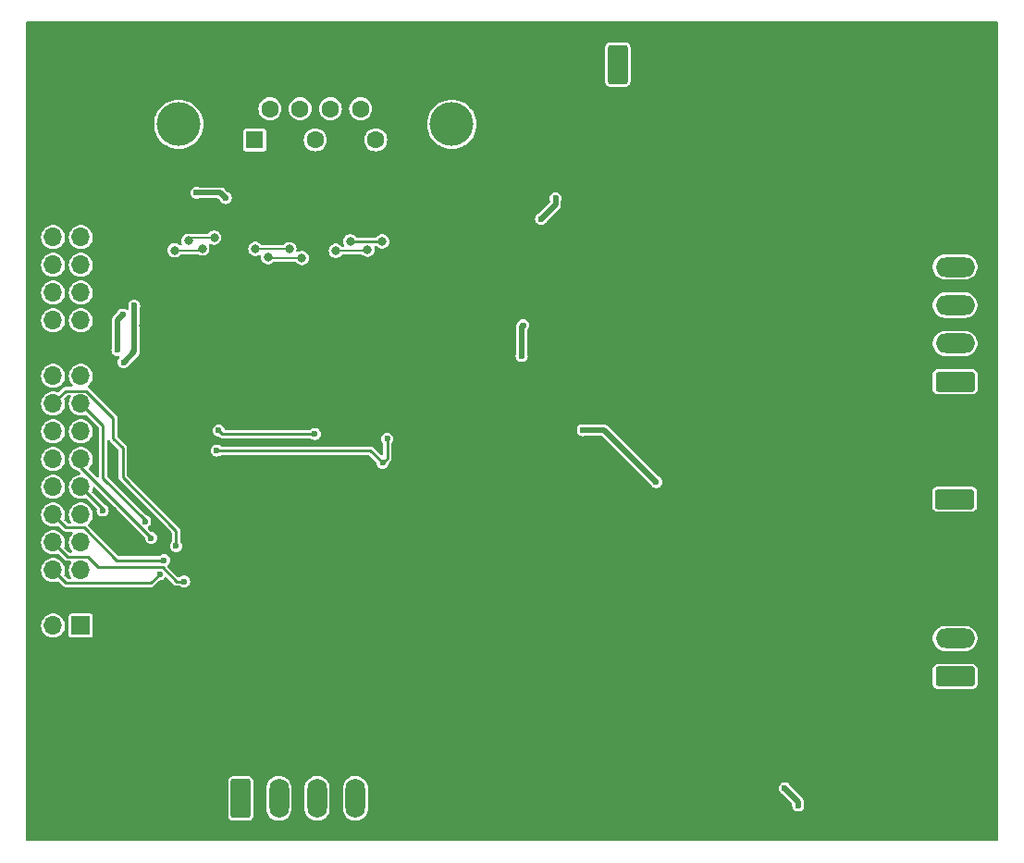
<source format=gbl>
G04 #@! TF.GenerationSoftware,KiCad,Pcbnew,7.0.7*
G04 #@! TF.CreationDate,2023-09-07T10:59:33+03:00*
G04 #@! TF.ProjectId,colorlight-cnc-proto,636f6c6f-726c-4696-9768-742d636e632d,rev?*
G04 #@! TF.SameCoordinates,Original*
G04 #@! TF.FileFunction,Copper,L2,Bot*
G04 #@! TF.FilePolarity,Positive*
%FSLAX46Y46*%
G04 Gerber Fmt 4.6, Leading zero omitted, Abs format (unit mm)*
G04 Created by KiCad (PCBNEW 7.0.7) date 2023-09-07 10:59:33*
%MOMM*%
%LPD*%
G01*
G04 APERTURE LIST*
G04 Aperture macros list*
%AMRoundRect*
0 Rectangle with rounded corners*
0 $1 Rounding radius*
0 $2 $3 $4 $5 $6 $7 $8 $9 X,Y pos of 4 corners*
0 Add a 4 corners polygon primitive as box body*
4,1,4,$2,$3,$4,$5,$6,$7,$8,$9,$2,$3,0*
0 Add four circle primitives for the rounded corners*
1,1,$1+$1,$2,$3*
1,1,$1+$1,$4,$5*
1,1,$1+$1,$6,$7*
1,1,$1+$1,$8,$9*
0 Add four rect primitives between the rounded corners*
20,1,$1+$1,$2,$3,$4,$5,0*
20,1,$1+$1,$4,$5,$6,$7,0*
20,1,$1+$1,$6,$7,$8,$9,0*
20,1,$1+$1,$8,$9,$2,$3,0*%
G04 Aperture macros list end*
G04 #@! TA.AperFunction,ComponentPad*
%ADD10C,0.800000*%
G04 #@! TD*
G04 #@! TA.AperFunction,ComponentPad*
%ADD11C,6.400000*%
G04 #@! TD*
G04 #@! TA.AperFunction,ComponentPad*
%ADD12RoundRect,0.250000X-0.650000X-1.550000X0.650000X-1.550000X0.650000X1.550000X-0.650000X1.550000X0*%
G04 #@! TD*
G04 #@! TA.AperFunction,ComponentPad*
%ADD13O,1.800000X3.600000*%
G04 #@! TD*
G04 #@! TA.AperFunction,ComponentPad*
%ADD14RoundRect,0.250000X1.550000X-0.650000X1.550000X0.650000X-1.550000X0.650000X-1.550000X-0.650000X0*%
G04 #@! TD*
G04 #@! TA.AperFunction,ComponentPad*
%ADD15O,3.600000X1.800000*%
G04 #@! TD*
G04 #@! TA.AperFunction,ComponentPad*
%ADD16R,1.700000X1.700000*%
G04 #@! TD*
G04 #@! TA.AperFunction,ComponentPad*
%ADD17O,1.700000X1.700000*%
G04 #@! TD*
G04 #@! TA.AperFunction,ComponentPad*
%ADD18RoundRect,0.250000X0.650000X1.550000X-0.650000X1.550000X-0.650000X-1.550000X0.650000X-1.550000X0*%
G04 #@! TD*
G04 #@! TA.AperFunction,ComponentPad*
%ADD19C,4.000000*%
G04 #@! TD*
G04 #@! TA.AperFunction,ComponentPad*
%ADD20R,1.600000X1.600000*%
G04 #@! TD*
G04 #@! TA.AperFunction,ComponentPad*
%ADD21C,1.600000*%
G04 #@! TD*
G04 #@! TA.AperFunction,ViaPad*
%ADD22C,0.600000*%
G04 #@! TD*
G04 #@! TA.AperFunction,ViaPad*
%ADD23C,0.800000*%
G04 #@! TD*
G04 #@! TA.AperFunction,Conductor*
%ADD24C,0.500000*%
G04 #@! TD*
G04 #@! TA.AperFunction,Conductor*
%ADD25C,0.250000*%
G04 #@! TD*
G04 #@! TA.AperFunction,Conductor*
%ADD26C,0.200000*%
G04 #@! TD*
G04 APERTURE END LIST*
D10*
G04 #@! TO.P,H3,1,1*
G04 #@! TO.N,GND*
X82902944Y-71302944D03*
X83605888Y-69605888D03*
X83605888Y-73000000D03*
X85302944Y-68902944D03*
D11*
X85302944Y-71302944D03*
D10*
X85302944Y-73702944D03*
X87000000Y-69605888D03*
X87000000Y-73000000D03*
X87702944Y-71302944D03*
G04 #@! TD*
D12*
G04 #@! TO.P,J4,1,Pin_1*
G04 #@! TO.N,Net-(J4-Pin_1)*
X19675000Y-71097500D03*
D13*
G04 #@! TO.P,J4,2,Pin_2*
G04 #@! TO.N,Net-(J4-Pin_2)*
X23175000Y-71097500D03*
G04 #@! TO.P,J4,3,Pin_3*
G04 #@! TO.N,Net-(J4-Pin_3)*
X26675000Y-71097500D03*
G04 #@! TO.P,J4,4,Pin_4*
G04 #@! TO.N,Net-(J4-Pin_4)*
X30175000Y-71097500D03*
G04 #@! TO.P,J4,5,Pin_5*
G04 #@! TO.N,GND*
X33675000Y-71097500D03*
G04 #@! TD*
D14*
G04 #@! TO.P,J6,1,Pin_1*
G04 #@! TO.N,/Step Dir/STEP_OUT_P*
X85067500Y-32945000D03*
D15*
G04 #@! TO.P,J6,2,Pin_2*
G04 #@! TO.N,/Step Dir/STEP_OUT_N*
X85067500Y-29445000D03*
G04 #@! TO.P,J6,3,Pin_3*
G04 #@! TO.N,/Step Dir/DIR_OUT_P*
X85067500Y-25945000D03*
G04 #@! TO.P,J6,4,Pin_4*
G04 #@! TO.N,/Step Dir/DIR_OUT_N*
X85067500Y-22445000D03*
G04 #@! TO.P,J6,5,Pin_5*
G04 #@! TO.N,GND*
X85067500Y-18945000D03*
G04 #@! TD*
D10*
G04 #@! TO.P,H2,1,1*
G04 #@! TO.N,GND*
X1200000Y-71000000D03*
X1902944Y-69302944D03*
X1902944Y-72697056D03*
X3600000Y-68600000D03*
D11*
X3600000Y-71000000D03*
D10*
X3600000Y-73400000D03*
X5297056Y-69302944D03*
X5297056Y-72697056D03*
X6000000Y-71000000D03*
G04 #@! TD*
D16*
G04 #@! TO.P,J1,1,Pin_1*
G04 #@! TO.N,+3V3*
X5040000Y-55280000D03*
D17*
G04 #@! TO.P,J1,2,Pin_2*
X2500000Y-55280000D03*
G04 #@! TO.P,J1,3,Pin_3*
G04 #@! TO.N,GND*
X5040000Y-52740000D03*
G04 #@! TO.P,J1,4,Pin_4*
X2500000Y-52740000D03*
G04 #@! TO.P,J1,5,Pin_5*
G04 #@! TO.N,/IO/INP0*
X5040000Y-50200000D03*
G04 #@! TO.P,J1,6,Pin_6*
G04 #@! TO.N,/Analog output/PWM_IN*
X2500000Y-50200000D03*
G04 #@! TO.P,J1,7,Pin_7*
G04 #@! TO.N,/IO/INP1*
X5040000Y-47660000D03*
G04 #@! TO.P,J1,8,Pin_8*
G04 #@! TO.N,/Analog output/DIR_IN*
X2500000Y-47660000D03*
G04 #@! TO.P,J1,9,Pin_9*
G04 #@! TO.N,/IO/INP2*
X5040000Y-45120000D03*
G04 #@! TO.P,J1,10,Pin_10*
G04 #@! TO.N,/Analog output/EN*
X2500000Y-45120000D03*
G04 #@! TO.P,J1,11,Pin_11*
G04 #@! TO.N,/IO/INP3*
X5040000Y-42580000D03*
G04 #@! TO.P,J1,12,Pin_12*
G04 #@! TO.N,/Watchdog/24V_OK*
X2500000Y-42580000D03*
G04 #@! TO.P,J1,13,Pin_13*
G04 #@! TO.N,/Step Dir/STEP*
X5040000Y-40040000D03*
G04 #@! TO.P,J1,14,Pin_14*
G04 #@! TO.N,/Watchdog/PWM_IN*
X2500000Y-40040000D03*
G04 #@! TO.P,J1,15,Pin_15*
G04 #@! TO.N,+5V*
X5040000Y-37500000D03*
G04 #@! TO.P,J1,16,Pin_16*
G04 #@! TO.N,unconnected-(J1-Pin_16-Pad16)*
X2500000Y-37500000D03*
G04 #@! TO.P,J1,17,Pin_17*
G04 #@! TO.N,/Step Dir/DIR*
X5040000Y-34960000D03*
G04 #@! TO.P,J1,18,Pin_18*
G04 #@! TO.N,/SD_EN*
X2500000Y-34960000D03*
G04 #@! TO.P,J1,19,Pin_19*
G04 #@! TO.N,+3V3*
X5040000Y-32420000D03*
G04 #@! TO.P,J1,20,Pin_20*
X2500000Y-32420000D03*
G04 #@! TO.P,J1,21,Pin_21*
G04 #@! TO.N,GND*
X5040000Y-29880000D03*
G04 #@! TO.P,J1,22,Pin_22*
X2500000Y-29880000D03*
G04 #@! TO.P,J1,23,Pin_23*
G04 #@! TO.N,unconnected-(J1-Pin_23-Pad23)*
X5040000Y-27340000D03*
G04 #@! TO.P,J1,24,Pin_24*
G04 #@! TO.N,/Quad encoder/Z*
X2500000Y-27340000D03*
G04 #@! TO.P,J1,25,Pin_25*
G04 #@! TO.N,unconnected-(J1-Pin_25-Pad25)*
X5040000Y-24800000D03*
G04 #@! TO.P,J1,26,Pin_26*
G04 #@! TO.N,/Quad encoder/B*
X2500000Y-24800000D03*
G04 #@! TO.P,J1,27,Pin_27*
G04 #@! TO.N,unconnected-(J1-Pin_27-Pad27)*
X5040000Y-22260000D03*
G04 #@! TO.P,J1,28,Pin_28*
G04 #@! TO.N,/Quad encoder/A*
X2500000Y-22260000D03*
G04 #@! TO.P,J1,29,Pin_29*
G04 #@! TO.N,unconnected-(J1-Pin_29-Pad29)*
X5040000Y-19720000D03*
G04 #@! TO.P,J1,30,Pin_30*
G04 #@! TO.N,unconnected-(J1-Pin_30-Pad30)*
X2500000Y-19720000D03*
G04 #@! TD*
D14*
G04 #@! TO.P,J3,1,Pin_1*
G04 #@! TO.N,/Analog output/OUT*
X85067500Y-59945000D03*
D15*
G04 #@! TO.P,J3,2,Pin_2*
G04 #@! TO.N,/Analog output/EN_OUT*
X85067500Y-56445000D03*
G04 #@! TO.P,J3,3,Pin_3*
G04 #@! TO.N,GND*
X85067500Y-52945000D03*
G04 #@! TD*
D10*
G04 #@! TO.P,H1,1,1*
G04 #@! TO.N,GND*
X1200000Y-3697056D03*
X1902944Y-2000000D03*
X1902944Y-5394112D03*
X3600000Y-1297056D03*
D11*
X3600000Y-3697056D03*
D10*
X3600000Y-6097056D03*
X5297056Y-2000000D03*
X5297056Y-5394112D03*
X6000000Y-3697056D03*
G04 #@! TD*
D14*
G04 #@! TO.P,J7,1,Pin_1*
G04 #@! TO.N,/Step Dir/EN_OUT*
X85017500Y-43695000D03*
D15*
G04 #@! TO.P,J7,2,Pin_2*
G04 #@! TO.N,GND*
X85017500Y-40195000D03*
G04 #@! TD*
D18*
G04 #@! TO.P,J2,1,Pin_1*
G04 #@! TO.N,Net-(J2-Pin_1)*
X54195000Y-3932500D03*
D13*
G04 #@! TO.P,J2,2,Pin_2*
G04 #@! TO.N,GND*
X50695000Y-3932500D03*
G04 #@! TD*
D19*
G04 #@! TO.P,J8,0,PAD*
G04 #@! TO.N,Net-(J8-PAD)*
X39000000Y-9390331D03*
X14000000Y-9390331D03*
D20*
G04 #@! TO.P,J8,1,1*
G04 #@! TO.N,/Quad encoder/A_IN_N*
X20960000Y-10810331D03*
D21*
G04 #@! TO.P,J8,2,2*
G04 #@! TO.N,GND*
X23730000Y-10810331D03*
G04 #@! TO.P,J8,3,3*
G04 #@! TO.N,/Quad encoder/B_IN_N*
X26500000Y-10810331D03*
G04 #@! TO.P,J8,4,4*
G04 #@! TO.N,GND*
X29270000Y-10810331D03*
G04 #@! TO.P,J8,5,5*
G04 #@! TO.N,/Quad encoder/Z_IN_N*
X32040000Y-10810331D03*
G04 #@! TO.P,J8,6,6*
G04 #@! TO.N,/Quad encoder/A_IN_P*
X22345000Y-7970331D03*
G04 #@! TO.P,J8,7,7*
G04 #@! TO.N,Net-(FB6-Pad2)*
X25115000Y-7970331D03*
G04 #@! TO.P,J8,8,8*
G04 #@! TO.N,/Quad encoder/B_IN_P*
X27885000Y-7970331D03*
G04 #@! TO.P,J8,9,9*
G04 #@! TO.N,/Quad encoder/Z_IN_P*
X30655000Y-7970331D03*
G04 #@! TD*
D10*
G04 #@! TO.P,H4,1,1*
G04 #@! TO.N,GND*
X82902944Y-3697056D03*
X83605888Y-2000000D03*
X83605888Y-5394112D03*
X85302944Y-1297056D03*
D11*
X85302944Y-3697056D03*
D10*
X85302944Y-6097056D03*
X87000000Y-2000000D03*
X87000000Y-5394112D03*
X87702944Y-3697056D03*
G04 #@! TD*
D22*
G04 #@! TO.N,GND*
X48460000Y-19690000D03*
X31960000Y-59535000D03*
D23*
X67567500Y-10110000D03*
D22*
X15570000Y-34460000D03*
X34680000Y-53750000D03*
D23*
X17765000Y-27380000D03*
D22*
X43120000Y-4120000D03*
X28410000Y-59585000D03*
X19710000Y-58605000D03*
X47160000Y-9950000D03*
X12860000Y-42520000D03*
X8040000Y-44660000D03*
X20850000Y-18670000D03*
X8670000Y-56460000D03*
X61135000Y-64250000D03*
D23*
X19685000Y-28350000D03*
D22*
X59250000Y-1380000D03*
X23350000Y-58425000D03*
X26060000Y-43510000D03*
X84820000Y-48710000D03*
X32560000Y-50620000D03*
X22990000Y-36810000D03*
X51360000Y-33940000D03*
X67105000Y-40640000D03*
X33140000Y-42350000D03*
X84820000Y-36930000D03*
X60867500Y-7190000D03*
X74565000Y-60540000D03*
X15800000Y-52290000D03*
X78380000Y-31880000D03*
X82520000Y-50820000D03*
D23*
X16320000Y-32490000D03*
D22*
X55236250Y-17918750D03*
X25860000Y-34610000D03*
X61360000Y-3940000D03*
X35385000Y-10020000D03*
X85180000Y-15010000D03*
X61757500Y-7130000D03*
X70027500Y-9120000D03*
X51220000Y-41740000D03*
X65700000Y-51670000D03*
X33040000Y-15130000D03*
X17950000Y-42470000D03*
X55475000Y-61880000D03*
D23*
X22995000Y-33090000D03*
D22*
X8700000Y-37290000D03*
X7930000Y-41050000D03*
X79092500Y-14360000D03*
X45220000Y-24530000D03*
X49940000Y-25560000D03*
X74852500Y-7420000D03*
X70710000Y-58110000D03*
X14680000Y-63590000D03*
X72955000Y-44070000D03*
X28280000Y-15130000D03*
X49880000Y-46710000D03*
X63540000Y-30390000D03*
D23*
X25905000Y-26165000D03*
X27055000Y-27570000D03*
D22*
X44730000Y-18430000D03*
X23330000Y-44080000D03*
X57160000Y-35930000D03*
D23*
X10895000Y-21580000D03*
D22*
X22670000Y-19160000D03*
X69107500Y-9150000D03*
X70005000Y-66030000D03*
X87960000Y-9800000D03*
X39290000Y-35070000D03*
X36560000Y-17070000D03*
X47340000Y-14420000D03*
X30100000Y-46460000D03*
X64507500Y-10010000D03*
X26240000Y-40720000D03*
X30440000Y-58765000D03*
D23*
X33345000Y-25290000D03*
D22*
X21030000Y-60225000D03*
X39215000Y-33115000D03*
X82520000Y-18140000D03*
D23*
X10785000Y-27800000D03*
D22*
X77015000Y-64500000D03*
X35980000Y-32450000D03*
X72190000Y-55570000D03*
X12180000Y-16290000D03*
X71350000Y-53960000D03*
X39710000Y-51570000D03*
X8280000Y-21770000D03*
X26740000Y-58615000D03*
D23*
X30445000Y-32760000D03*
D22*
X51330000Y-48830000D03*
X77565000Y-65460000D03*
X64190000Y-34540000D03*
X36080000Y-49450000D03*
X79390000Y-19190000D03*
X82050000Y-63800000D03*
X78080000Y-24870000D03*
X40355000Y-31315000D03*
X18465000Y-10130000D03*
X81432500Y-13100000D03*
G04 #@! TO.N,+5V*
X8950000Y-31180000D03*
X9930000Y-25990000D03*
X15610000Y-15660000D03*
X9838411Y-30291589D03*
X18300000Y-16140000D03*
G04 #@! TO.N,+3V3*
X17665000Y-37420000D03*
X8890000Y-26810000D03*
X26460000Y-37730000D03*
X8400000Y-30040000D03*
G04 #@! TO.N,+24V*
X47170000Y-18050000D03*
X45395000Y-30595000D03*
X45525000Y-27775000D03*
X48490000Y-16170000D03*
G04 #@! TO.N,+24V_WD*
X57710000Y-42130000D03*
X50990000Y-37390000D03*
G04 #@! TO.N,-15V*
X69460000Y-70160000D03*
X70700000Y-71750000D03*
G04 #@! TO.N,/Step Dir/STEP*
X11480000Y-47250000D03*
G04 #@! TO.N,/Analog output/PWM_IN*
X12250000Y-50580000D03*
G04 #@! TO.N,/Step Dir/DIR*
X10930000Y-45740000D03*
G04 #@! TO.N,/Analog output/DIR_IN*
X14500000Y-51240000D03*
G04 #@! TO.N,/Analog output/EN*
X12660000Y-49290000D03*
G04 #@! TO.N,WATCHDOG*
X32670000Y-40380000D03*
X33080000Y-38180000D03*
X17482500Y-39252500D03*
D23*
G04 #@! TO.N,/Quad encoder/A_IN_N*
X17245000Y-19760000D03*
X14875000Y-20050000D03*
G04 #@! TO.N,/Quad encoder/B_IN_N*
X25285000Y-21630000D03*
X22170000Y-21550000D03*
G04 #@! TO.N,/Quad encoder/Z_IN_N*
X29695000Y-20090000D03*
X32625000Y-20110000D03*
G04 #@! TO.N,/Quad encoder/A_IN_P*
X13635000Y-20920000D03*
X16165000Y-20750000D03*
G04 #@! TO.N,/Quad encoder/B_IN_P*
X24135000Y-20810000D03*
X21015000Y-20790000D03*
G04 #@! TO.N,/Quad encoder/Z_IN_P*
X28385000Y-20970000D03*
X31295000Y-20880000D03*
D22*
G04 #@! TO.N,/IO/INP3*
X7040000Y-44740000D03*
G04 #@! TO.N,/SD_EN*
X13760000Y-48000000D03*
G04 #@! TD*
D24*
G04 #@! TO.N,+5V*
X8950000Y-31180000D02*
X9930000Y-30200000D01*
X15610000Y-15660000D02*
X17820000Y-15660000D01*
X17820000Y-15660000D02*
X18300000Y-16140000D01*
X9930000Y-30200000D02*
X9930000Y-25990000D01*
G04 #@! TO.N,+3V3*
X8890000Y-26810000D02*
X8400000Y-27300000D01*
D25*
X26460000Y-37730000D02*
X17975000Y-37730000D01*
X17975000Y-37730000D02*
X17665000Y-37420000D01*
D24*
X8400000Y-27300000D02*
X8400000Y-30040000D01*
G04 #@! TO.N,+24V*
X45395000Y-30595000D02*
X45395000Y-27905000D01*
X45395000Y-27905000D02*
X45525000Y-27775000D01*
X48490000Y-16730000D02*
X47170000Y-18050000D01*
X48490000Y-16170000D02*
X48490000Y-16730000D01*
G04 #@! TO.N,+24V_WD*
X50990000Y-37390000D02*
X52970000Y-37390000D01*
X52970000Y-37390000D02*
X57710000Y-42130000D01*
G04 #@! TO.N,-15V*
X70700000Y-71750000D02*
X70700000Y-71400000D01*
X70700000Y-71400000D02*
X69460000Y-70160000D01*
D25*
G04 #@! TO.N,/Step Dir/STEP*
X11480000Y-47216116D02*
X11480000Y-47250000D01*
X5040000Y-40040000D02*
X5040000Y-40776116D01*
X5040000Y-40776116D02*
X11480000Y-47216116D01*
G04 #@! TO.N,/Analog output/PWM_IN*
X3675000Y-51375000D02*
X2500000Y-50200000D01*
X11455000Y-51375000D02*
X3675000Y-51375000D01*
X12250000Y-50580000D02*
X11455000Y-51375000D01*
G04 #@! TO.N,/Step Dir/DIR*
X7080000Y-41760000D02*
X10930000Y-45610000D01*
X7080000Y-37000000D02*
X7080000Y-41760000D01*
X10930000Y-45610000D02*
X10930000Y-45740000D01*
X5040000Y-34960000D02*
X7080000Y-37000000D01*
G04 #@! TO.N,/Analog output/DIR_IN*
X13800000Y-51240000D02*
X12515000Y-49955000D01*
X5677106Y-48985405D02*
X3825405Y-48985405D01*
X3825405Y-48985405D02*
X2500000Y-47660000D01*
X14500000Y-51240000D02*
X13800000Y-51240000D01*
X6646701Y-49955000D02*
X5677106Y-48985405D01*
X12515000Y-49955000D02*
X6646701Y-49955000D01*
G04 #@! TO.N,/Analog output/EN*
X5336701Y-46295000D02*
X3675000Y-46295000D01*
X3675000Y-46295000D02*
X2500000Y-45120000D01*
X12660000Y-49290000D02*
X8331701Y-49290000D01*
X8331701Y-49290000D02*
X5336701Y-46295000D01*
G04 #@! TO.N,WATCHDOG*
X33080000Y-39970000D02*
X32670000Y-40380000D01*
X32670000Y-40380000D02*
X31542500Y-39252500D01*
X31542500Y-39252500D02*
X17482500Y-39252500D01*
X33080000Y-38180000D02*
X33080000Y-39970000D01*
D26*
G04 #@! TO.N,/Quad encoder/A_IN_N*
X17245000Y-19760000D02*
X15165000Y-19760000D01*
X15165000Y-19760000D02*
X14875000Y-20050000D01*
G04 #@! TO.N,/Quad encoder/B_IN_N*
X22250000Y-21630000D02*
X22170000Y-21550000D01*
X25285000Y-21630000D02*
X22250000Y-21630000D01*
D25*
G04 #@! TO.N,/Quad encoder/Z_IN_N*
X32625000Y-20110000D02*
X29715000Y-20110000D01*
X29715000Y-20110000D02*
X29695000Y-20090000D01*
D26*
G04 #@! TO.N,/Quad encoder/A_IN_P*
X13635000Y-20920000D02*
X15995000Y-20920000D01*
X15995000Y-20920000D02*
X16165000Y-20750000D01*
G04 #@! TO.N,/Quad encoder/B_IN_P*
X24115000Y-20790000D02*
X24135000Y-20810000D01*
X21015000Y-20790000D02*
X24115000Y-20790000D01*
G04 #@! TO.N,/Quad encoder/Z_IN_P*
X28385000Y-20970000D02*
X31205000Y-20970000D01*
X31205000Y-20970000D02*
X31295000Y-20880000D01*
D25*
G04 #@! TO.N,/IO/INP3*
X5040000Y-42580000D02*
X7040000Y-44580000D01*
X7040000Y-44580000D02*
X7040000Y-44740000D01*
G04 #@! TO.N,/SD_EN*
X2500000Y-34960000D02*
X3675000Y-33785000D01*
X8870000Y-41690000D02*
X13760000Y-46580000D01*
X8000000Y-36258299D02*
X8000000Y-38130000D01*
X8000000Y-38130000D02*
X8870000Y-39000000D01*
X5526701Y-33785000D02*
X8000000Y-36258299D01*
X3675000Y-33785000D02*
X5526701Y-33785000D01*
X8870000Y-39000000D02*
X8870000Y-41690000D01*
X13760000Y-46580000D02*
X13760000Y-48000000D01*
G04 #@! TD*
G04 #@! TA.AperFunction,Conductor*
G04 #@! TO.N,GND*
G36*
X88942539Y-20185D02*
G01*
X88988294Y-72989D01*
X88999500Y-124500D01*
X88999500Y-74875500D01*
X88979815Y-74942539D01*
X88927011Y-74988294D01*
X88875500Y-74999500D01*
X124500Y-74999500D01*
X57461Y-74979815D01*
X11706Y-74927011D01*
X500Y-74875500D01*
X500Y-72695370D01*
X18524500Y-72695370D01*
X18524501Y-72695376D01*
X18530908Y-72754983D01*
X18581202Y-72889828D01*
X18581206Y-72889835D01*
X18667452Y-73005044D01*
X18667455Y-73005047D01*
X18782664Y-73091293D01*
X18782671Y-73091297D01*
X18917517Y-73141591D01*
X18917516Y-73141591D01*
X18924444Y-73142335D01*
X18977127Y-73148000D01*
X20372872Y-73147999D01*
X20432483Y-73141591D01*
X20567331Y-73091296D01*
X20682546Y-73005046D01*
X20768796Y-72889831D01*
X20819091Y-72754983D01*
X20825500Y-72695373D01*
X20825500Y-72050690D01*
X22024499Y-72050690D01*
X22033018Y-72142620D01*
X22039244Y-72209810D01*
X22066399Y-72305250D01*
X22097596Y-72414892D01*
X22097596Y-72414894D01*
X22192632Y-72605753D01*
X22305326Y-72754982D01*
X22321128Y-72775907D01*
X22478698Y-72919552D01*
X22659981Y-73031798D01*
X22858802Y-73108821D01*
X23068390Y-73148000D01*
X23068392Y-73148000D01*
X23281608Y-73148000D01*
X23281610Y-73148000D01*
X23491198Y-73108821D01*
X23690019Y-73031798D01*
X23871302Y-72919552D01*
X24028872Y-72775907D01*
X24157366Y-72605755D01*
X24252405Y-72414889D01*
X24310756Y-72209810D01*
X24325500Y-72050694D01*
X25524500Y-72050694D01*
X25539244Y-72209810D01*
X25566399Y-72305250D01*
X25597596Y-72414892D01*
X25597596Y-72414894D01*
X25692632Y-72605753D01*
X25805326Y-72754982D01*
X25821128Y-72775907D01*
X25978698Y-72919552D01*
X26159981Y-73031798D01*
X26358802Y-73108821D01*
X26568390Y-73148000D01*
X26568392Y-73148000D01*
X26781608Y-73148000D01*
X26781610Y-73148000D01*
X26991198Y-73108821D01*
X27190019Y-73031798D01*
X27371302Y-72919552D01*
X27528872Y-72775907D01*
X27657366Y-72605755D01*
X27752405Y-72414889D01*
X27810756Y-72209810D01*
X27825500Y-72050694D01*
X29024500Y-72050694D01*
X29039244Y-72209810D01*
X29066399Y-72305250D01*
X29097596Y-72414892D01*
X29097596Y-72414894D01*
X29192632Y-72605753D01*
X29305326Y-72754982D01*
X29321128Y-72775907D01*
X29478698Y-72919552D01*
X29659981Y-73031798D01*
X29858802Y-73108821D01*
X30068390Y-73148000D01*
X30068392Y-73148000D01*
X30281608Y-73148000D01*
X30281610Y-73148000D01*
X30491198Y-73108821D01*
X30690019Y-73031798D01*
X30871302Y-72919552D01*
X31028872Y-72775907D01*
X31157366Y-72605755D01*
X31252405Y-72414889D01*
X31310756Y-72209810D01*
X31325500Y-72050694D01*
X31325500Y-70160000D01*
X68904750Y-70160000D01*
X68923670Y-70303708D01*
X68923671Y-70303712D01*
X68979137Y-70437622D01*
X68979138Y-70437624D01*
X68979139Y-70437625D01*
X69067379Y-70552621D01*
X69182375Y-70640861D01*
X69246089Y-70667251D01*
X69286317Y-70694131D01*
X70124479Y-71532293D01*
X70157964Y-71593616D01*
X70159737Y-71636159D01*
X70144750Y-71749997D01*
X70144750Y-71750000D01*
X70163670Y-71893708D01*
X70163671Y-71893712D01*
X70219137Y-72027622D01*
X70219138Y-72027624D01*
X70219139Y-72027625D01*
X70307379Y-72142621D01*
X70422375Y-72230861D01*
X70556291Y-72286330D01*
X70683280Y-72303048D01*
X70699999Y-72305250D01*
X70700000Y-72305250D01*
X70700001Y-72305250D01*
X70714977Y-72303278D01*
X70843709Y-72286330D01*
X70977625Y-72230861D01*
X71092621Y-72142621D01*
X71180861Y-72027625D01*
X71236330Y-71893709D01*
X71255250Y-71750000D01*
X71236330Y-71606291D01*
X71209937Y-71542572D01*
X71200500Y-71495124D01*
X71200500Y-71467143D01*
X71203334Y-71440785D01*
X71204359Y-71436073D01*
X71200658Y-71384329D01*
X71200500Y-71379904D01*
X71200500Y-71364201D01*
X71198264Y-71348657D01*
X71197791Y-71344254D01*
X71194091Y-71292517D01*
X71192407Y-71288002D01*
X71185850Y-71262312D01*
X71185165Y-71257543D01*
X71163612Y-71210351D01*
X71161932Y-71206295D01*
X71143796Y-71157669D01*
X71140905Y-71153807D01*
X71127379Y-71131010D01*
X71125377Y-71126627D01*
X71117856Y-71117947D01*
X71091411Y-71087427D01*
X71088633Y-71083979D01*
X71079229Y-71071417D01*
X71079224Y-71071412D01*
X71079221Y-71071407D01*
X71068097Y-71060283D01*
X71065103Y-71057067D01*
X71031128Y-71017857D01*
X71031125Y-71017854D01*
X71027066Y-71015246D01*
X71006428Y-70998614D01*
X69994131Y-69986317D01*
X69967251Y-69946089D01*
X69940861Y-69882375D01*
X69852621Y-69767379D01*
X69737625Y-69679139D01*
X69737624Y-69679138D01*
X69737622Y-69679137D01*
X69603712Y-69623671D01*
X69603710Y-69623670D01*
X69603709Y-69623670D01*
X69531854Y-69614210D01*
X69460001Y-69604750D01*
X69459999Y-69604750D01*
X69316291Y-69623670D01*
X69316287Y-69623671D01*
X69182377Y-69679137D01*
X69067379Y-69767379D01*
X68979137Y-69882377D01*
X68923671Y-70016287D01*
X68923670Y-70016291D01*
X68904750Y-70159999D01*
X68904750Y-70160000D01*
X31325500Y-70160000D01*
X31325500Y-70144306D01*
X31310756Y-69985190D01*
X31252405Y-69780111D01*
X31252403Y-69780106D01*
X31252403Y-69780105D01*
X31157367Y-69589246D01*
X31028872Y-69419093D01*
X30903906Y-69305171D01*
X30871302Y-69275448D01*
X30690019Y-69163202D01*
X30690017Y-69163201D01*
X30590608Y-69124690D01*
X30491198Y-69086179D01*
X30281610Y-69047000D01*
X30068390Y-69047000D01*
X29858802Y-69086179D01*
X29858799Y-69086179D01*
X29858799Y-69086180D01*
X29659982Y-69163201D01*
X29659980Y-69163202D01*
X29478699Y-69275447D01*
X29321127Y-69419093D01*
X29192632Y-69589246D01*
X29097596Y-69780105D01*
X29097596Y-69780107D01*
X29039244Y-69985189D01*
X29036362Y-70016287D01*
X29024500Y-70144306D01*
X29024500Y-72050694D01*
X27825500Y-72050694D01*
X27825500Y-70144306D01*
X27810756Y-69985190D01*
X27752405Y-69780111D01*
X27752403Y-69780106D01*
X27752403Y-69780105D01*
X27657367Y-69589246D01*
X27528872Y-69419093D01*
X27403906Y-69305171D01*
X27371302Y-69275448D01*
X27190019Y-69163202D01*
X27190017Y-69163201D01*
X27090608Y-69124690D01*
X26991198Y-69086179D01*
X26781610Y-69047000D01*
X26568390Y-69047000D01*
X26358802Y-69086179D01*
X26358799Y-69086179D01*
X26358799Y-69086180D01*
X26159982Y-69163201D01*
X26159980Y-69163202D01*
X25978699Y-69275447D01*
X25821127Y-69419093D01*
X25692632Y-69589246D01*
X25597596Y-69780105D01*
X25597596Y-69780107D01*
X25539244Y-69985189D01*
X25536362Y-70016287D01*
X25524500Y-70144306D01*
X25524500Y-72050694D01*
X24325500Y-72050694D01*
X24325500Y-70144306D01*
X24310756Y-69985190D01*
X24252405Y-69780111D01*
X24252403Y-69780106D01*
X24252403Y-69780105D01*
X24157367Y-69589246D01*
X24028872Y-69419093D01*
X23903906Y-69305171D01*
X23871302Y-69275448D01*
X23690019Y-69163202D01*
X23690017Y-69163201D01*
X23590608Y-69124690D01*
X23491198Y-69086179D01*
X23281610Y-69047000D01*
X23068390Y-69047000D01*
X22858802Y-69086179D01*
X22858799Y-69086179D01*
X22858799Y-69086180D01*
X22659982Y-69163201D01*
X22659980Y-69163202D01*
X22478699Y-69275447D01*
X22321127Y-69419093D01*
X22192632Y-69589246D01*
X22097596Y-69780105D01*
X22097596Y-69780107D01*
X22039244Y-69985189D01*
X22024499Y-70144309D01*
X22024499Y-72050690D01*
X20825500Y-72050690D01*
X20825499Y-69499628D01*
X20819091Y-69440017D01*
X20768796Y-69305169D01*
X20768795Y-69305168D01*
X20768793Y-69305164D01*
X20682547Y-69189955D01*
X20682544Y-69189952D01*
X20567335Y-69103706D01*
X20567328Y-69103702D01*
X20432482Y-69053408D01*
X20432483Y-69053408D01*
X20372883Y-69047001D01*
X20372881Y-69047000D01*
X20372873Y-69047000D01*
X20372864Y-69047000D01*
X18977129Y-69047000D01*
X18977123Y-69047001D01*
X18917516Y-69053408D01*
X18782671Y-69103702D01*
X18782664Y-69103706D01*
X18667455Y-69189952D01*
X18667452Y-69189955D01*
X18581206Y-69305164D01*
X18581202Y-69305171D01*
X18530908Y-69440017D01*
X18524501Y-69499616D01*
X18524501Y-69499623D01*
X18524500Y-69499635D01*
X18524500Y-72695370D01*
X500Y-72695370D01*
X500Y-60642870D01*
X83017000Y-60642870D01*
X83017001Y-60642876D01*
X83023408Y-60702483D01*
X83073702Y-60837328D01*
X83073706Y-60837335D01*
X83159952Y-60952544D01*
X83159955Y-60952547D01*
X83275164Y-61038793D01*
X83275171Y-61038797D01*
X83410017Y-61089091D01*
X83410016Y-61089091D01*
X83416944Y-61089835D01*
X83469627Y-61095500D01*
X86665372Y-61095499D01*
X86724983Y-61089091D01*
X86859831Y-61038796D01*
X86975046Y-60952546D01*
X87061296Y-60837331D01*
X87111591Y-60702483D01*
X87118000Y-60642873D01*
X87117999Y-59247128D01*
X87111591Y-59187517D01*
X87061296Y-59052669D01*
X87061295Y-59052668D01*
X87061293Y-59052664D01*
X86975047Y-58937455D01*
X86975044Y-58937452D01*
X86859835Y-58851206D01*
X86859828Y-58851202D01*
X86724982Y-58800908D01*
X86724983Y-58800908D01*
X86665383Y-58794501D01*
X86665381Y-58794500D01*
X86665373Y-58794500D01*
X86665364Y-58794500D01*
X83469629Y-58794500D01*
X83469623Y-58794501D01*
X83410016Y-58800908D01*
X83275171Y-58851202D01*
X83275164Y-58851206D01*
X83159955Y-58937452D01*
X83159952Y-58937455D01*
X83073706Y-59052664D01*
X83073702Y-59052671D01*
X83023408Y-59187517D01*
X83017001Y-59247116D01*
X83017001Y-59247123D01*
X83017000Y-59247135D01*
X83017000Y-60642870D01*
X500Y-60642870D01*
X500Y-56551610D01*
X83017000Y-56551610D01*
X83056179Y-56761198D01*
X83133202Y-56960019D01*
X83245448Y-57141302D01*
X83389093Y-57298871D01*
X83389093Y-57298872D01*
X83559246Y-57427367D01*
X83750106Y-57522403D01*
X83750108Y-57522403D01*
X83750111Y-57522405D01*
X83955190Y-57580756D01*
X84114306Y-57595500D01*
X84114310Y-57595500D01*
X86020690Y-57595500D01*
X86020694Y-57595500D01*
X86179810Y-57580756D01*
X86384889Y-57522405D01*
X86384893Y-57522403D01*
X86384894Y-57522403D01*
X86575753Y-57427367D01*
X86575753Y-57427366D01*
X86575755Y-57427366D01*
X86745907Y-57298872D01*
X86889552Y-57141302D01*
X87001798Y-56960019D01*
X87078821Y-56761198D01*
X87118000Y-56551610D01*
X87118000Y-56338390D01*
X87078821Y-56128802D01*
X87001798Y-55929981D01*
X86889552Y-55748698D01*
X86745907Y-55591128D01*
X86602834Y-55483083D01*
X86575753Y-55462632D01*
X86384893Y-55367596D01*
X86179810Y-55309244D01*
X86020694Y-55294500D01*
X84114306Y-55294500D01*
X83987013Y-55306295D01*
X83955189Y-55309244D01*
X83750107Y-55367596D01*
X83750105Y-55367596D01*
X83559246Y-55462632D01*
X83389093Y-55591127D01*
X83245447Y-55748699D01*
X83133202Y-55929980D01*
X83133201Y-55929982D01*
X83096554Y-56024581D01*
X83056179Y-56128802D01*
X83017000Y-56338390D01*
X83017000Y-56551610D01*
X500Y-56551610D01*
X500Y-55280000D01*
X1394785Y-55280000D01*
X1413602Y-55483082D01*
X1469417Y-55679247D01*
X1469422Y-55679260D01*
X1560327Y-55861821D01*
X1683237Y-56024581D01*
X1833958Y-56161980D01*
X1833960Y-56161982D01*
X1933141Y-56223392D01*
X2007363Y-56269348D01*
X2197544Y-56343024D01*
X2398024Y-56380500D01*
X2398026Y-56380500D01*
X2601974Y-56380500D01*
X2601976Y-56380500D01*
X2802456Y-56343024D01*
X2992637Y-56269348D01*
X3166041Y-56161981D01*
X3174052Y-56154678D01*
X3939500Y-56154678D01*
X3954032Y-56227735D01*
X3954033Y-56227739D01*
X3954034Y-56227740D01*
X4009399Y-56310601D01*
X4092260Y-56365965D01*
X4092260Y-56365966D01*
X4092264Y-56365967D01*
X4165321Y-56380499D01*
X4165324Y-56380500D01*
X4165326Y-56380500D01*
X5914676Y-56380500D01*
X5914677Y-56380499D01*
X5987740Y-56365966D01*
X6070601Y-56310601D01*
X6125966Y-56227740D01*
X6140500Y-56154674D01*
X6140500Y-54405326D01*
X6140500Y-54405323D01*
X6140499Y-54405321D01*
X6125967Y-54332264D01*
X6125966Y-54332260D01*
X6070601Y-54249399D01*
X5987740Y-54194034D01*
X5987739Y-54194033D01*
X5987735Y-54194032D01*
X5914677Y-54179500D01*
X5914674Y-54179500D01*
X4165326Y-54179500D01*
X4165323Y-54179500D01*
X4092264Y-54194032D01*
X4092260Y-54194033D01*
X4009399Y-54249399D01*
X3954033Y-54332260D01*
X3954032Y-54332264D01*
X3939500Y-54405321D01*
X3939500Y-56154678D01*
X3174052Y-56154678D01*
X3316764Y-56024579D01*
X3439673Y-55861821D01*
X3530582Y-55679250D01*
X3586397Y-55483083D01*
X3605215Y-55280000D01*
X3586397Y-55076917D01*
X3530582Y-54880750D01*
X3439673Y-54698179D01*
X3316764Y-54535421D01*
X3316762Y-54535418D01*
X3166041Y-54398019D01*
X3166039Y-54398017D01*
X2992642Y-54290655D01*
X2992635Y-54290651D01*
X2886150Y-54249399D01*
X2802456Y-54216976D01*
X2601976Y-54179500D01*
X2398024Y-54179500D01*
X2197544Y-54216976D01*
X2197541Y-54216976D01*
X2197541Y-54216977D01*
X2007364Y-54290651D01*
X2007357Y-54290655D01*
X1833960Y-54398017D01*
X1833958Y-54398019D01*
X1683237Y-54535418D01*
X1560327Y-54698178D01*
X1469422Y-54880739D01*
X1469417Y-54880752D01*
X1413602Y-55076917D01*
X1394785Y-55279999D01*
X1394785Y-55280000D01*
X500Y-55280000D01*
X500Y-50200000D01*
X1394785Y-50200000D01*
X1413602Y-50403082D01*
X1469417Y-50599247D01*
X1469422Y-50599260D01*
X1560327Y-50781821D01*
X1683237Y-50944581D01*
X1833958Y-51081980D01*
X1833960Y-51081982D01*
X1933141Y-51143392D01*
X2007363Y-51189348D01*
X2197544Y-51263024D01*
X2398024Y-51300500D01*
X2398026Y-51300500D01*
X2601974Y-51300500D01*
X2601976Y-51300500D01*
X2802456Y-51263024D01*
X2892556Y-51228118D01*
X2962174Y-51222256D01*
X3023914Y-51254965D01*
X3025027Y-51256064D01*
X3372850Y-51603888D01*
X3388975Y-51623744D01*
X3394913Y-51632832D01*
X3394916Y-51632836D01*
X3405564Y-51641124D01*
X3422925Y-51654636D01*
X3428687Y-51659725D01*
X3431482Y-51662520D01*
X3450495Y-51676094D01*
X3493811Y-51709809D01*
X3493818Y-51709811D01*
X3500720Y-51713547D01*
X3507796Y-51717006D01*
X3507801Y-51717010D01*
X3520737Y-51720861D01*
X3560403Y-51732670D01*
X3612338Y-51750500D01*
X3620072Y-51751790D01*
X3627910Y-51752767D01*
X3627912Y-51752768D01*
X3627913Y-51752767D01*
X3627914Y-51752768D01*
X3682756Y-51750500D01*
X11403196Y-51750500D01*
X11428641Y-51753139D01*
X11432440Y-51753935D01*
X11439268Y-51755367D01*
X11460225Y-51752754D01*
X11474492Y-51750977D01*
X11482168Y-51750500D01*
X11486112Y-51750500D01*
X11486114Y-51750500D01*
X11486116Y-51750499D01*
X11486122Y-51750499D01*
X11501487Y-51747934D01*
X11509140Y-51746657D01*
X11563626Y-51739866D01*
X11563627Y-51739865D01*
X11563629Y-51739865D01*
X11571141Y-51737628D01*
X11578606Y-51735066D01*
X11578606Y-51735065D01*
X11578610Y-51735065D01*
X11626877Y-51708944D01*
X11676211Y-51684826D01*
X11676213Y-51684823D01*
X11682594Y-51680268D01*
X11688819Y-51675422D01*
X11688826Y-51675419D01*
X11726007Y-51635029D01*
X12192355Y-51168681D01*
X12253674Y-51135199D01*
X12263824Y-51133429D01*
X12393709Y-51116330D01*
X12527625Y-51060861D01*
X12642621Y-50972621D01*
X12712399Y-50881683D01*
X12768825Y-50840483D01*
X12838571Y-50836328D01*
X12898454Y-50869491D01*
X13497849Y-51468886D01*
X13513977Y-51488745D01*
X13519916Y-51497836D01*
X13547932Y-51519641D01*
X13553693Y-51524730D01*
X13556482Y-51527519D01*
X13575483Y-51541085D01*
X13618811Y-51574809D01*
X13625722Y-51578549D01*
X13632800Y-51582010D01*
X13685405Y-51597670D01*
X13685405Y-51597671D01*
X13737340Y-51615500D01*
X13737342Y-51615500D01*
X13745079Y-51616791D01*
X13752909Y-51617767D01*
X13752911Y-51617768D01*
X13752912Y-51617767D01*
X13752913Y-51617768D01*
X13807755Y-51615500D01*
X14042974Y-51615500D01*
X14110013Y-51635185D01*
X14118452Y-51641117D01*
X14222375Y-51720861D01*
X14356291Y-51776330D01*
X14483280Y-51793048D01*
X14499999Y-51795250D01*
X14500000Y-51795250D01*
X14500001Y-51795250D01*
X14514977Y-51793278D01*
X14643709Y-51776330D01*
X14777625Y-51720861D01*
X14892621Y-51632621D01*
X14980861Y-51517625D01*
X15036330Y-51383709D01*
X15055250Y-51240000D01*
X15036330Y-51096291D01*
X14980861Y-50962375D01*
X14892621Y-50847379D01*
X14777625Y-50759139D01*
X14777624Y-50759138D01*
X14777622Y-50759137D01*
X14643712Y-50703671D01*
X14643710Y-50703670D01*
X14643709Y-50703670D01*
X14571854Y-50694210D01*
X14500001Y-50684750D01*
X14499999Y-50684750D01*
X14356291Y-50703670D01*
X14356287Y-50703671D01*
X14222377Y-50759137D01*
X14192815Y-50781821D01*
X14118459Y-50838876D01*
X14053291Y-50864070D01*
X14042974Y-50864500D01*
X14006900Y-50864500D01*
X13939861Y-50844815D01*
X13919219Y-50828181D01*
X12994758Y-49903720D01*
X12961273Y-49842397D01*
X12966257Y-49772705D01*
X13006952Y-49717664D01*
X13052621Y-49682621D01*
X13140861Y-49567625D01*
X13196330Y-49433709D01*
X13215250Y-49290000D01*
X13196330Y-49146291D01*
X13140861Y-49012375D01*
X13052621Y-48897379D01*
X12937625Y-48809139D01*
X12937624Y-48809138D01*
X12937622Y-48809137D01*
X12803712Y-48753671D01*
X12803710Y-48753670D01*
X12803709Y-48753670D01*
X12731854Y-48744210D01*
X12660001Y-48734750D01*
X12659999Y-48734750D01*
X12516291Y-48753670D01*
X12516287Y-48753671D01*
X12382377Y-48809137D01*
X12335333Y-48845235D01*
X12278459Y-48888876D01*
X12213291Y-48914070D01*
X12202974Y-48914500D01*
X8538600Y-48914500D01*
X8471561Y-48894815D01*
X8450919Y-48878181D01*
X5729173Y-46156434D01*
X5695688Y-46095111D01*
X5700672Y-46025419D01*
X5733313Y-45977119D01*
X5856764Y-45864579D01*
X5979673Y-45701821D01*
X6070582Y-45519250D01*
X6126397Y-45323083D01*
X6145215Y-45120000D01*
X6135728Y-45017622D01*
X6126397Y-44916917D01*
X6106077Y-44845500D01*
X6070582Y-44720750D01*
X5979673Y-44538179D01*
X5869951Y-44392883D01*
X5856762Y-44375418D01*
X5706041Y-44238019D01*
X5706039Y-44238017D01*
X5532642Y-44130655D01*
X5532635Y-44130651D01*
X5437546Y-44093814D01*
X5342456Y-44056976D01*
X5141976Y-44019500D01*
X4938024Y-44019500D01*
X4737544Y-44056976D01*
X4737541Y-44056976D01*
X4737541Y-44056977D01*
X4547364Y-44130651D01*
X4547357Y-44130655D01*
X4373960Y-44238017D01*
X4373958Y-44238019D01*
X4223237Y-44375418D01*
X4100327Y-44538178D01*
X4009422Y-44720739D01*
X4009417Y-44720752D01*
X3953602Y-44916917D01*
X3934785Y-45119999D01*
X3934785Y-45120000D01*
X3953602Y-45323082D01*
X4009417Y-45519247D01*
X4009422Y-45519260D01*
X4100327Y-45701821D01*
X4114639Y-45720773D01*
X4139331Y-45786134D01*
X4124766Y-45854469D01*
X4075569Y-45904081D01*
X4015685Y-45919500D01*
X3881899Y-45919500D01*
X3814860Y-45899815D01*
X3794218Y-45883181D01*
X3559709Y-45648672D01*
X3526224Y-45587349D01*
X3530666Y-45525234D01*
X3529013Y-45524764D01*
X3546764Y-45462377D01*
X3586397Y-45323083D01*
X3605215Y-45120000D01*
X3595728Y-45017622D01*
X3586397Y-44916917D01*
X3566077Y-44845500D01*
X3530582Y-44720750D01*
X3439673Y-44538179D01*
X3329951Y-44392883D01*
X3316762Y-44375418D01*
X3166041Y-44238019D01*
X3166039Y-44238017D01*
X2992642Y-44130655D01*
X2992635Y-44130651D01*
X2897546Y-44093814D01*
X2802456Y-44056976D01*
X2601976Y-44019500D01*
X2398024Y-44019500D01*
X2197544Y-44056976D01*
X2197541Y-44056976D01*
X2197541Y-44056977D01*
X2007364Y-44130651D01*
X2007357Y-44130655D01*
X1833960Y-44238017D01*
X1833958Y-44238019D01*
X1683237Y-44375418D01*
X1560327Y-44538178D01*
X1469422Y-44720739D01*
X1469417Y-44720752D01*
X1413602Y-44916917D01*
X1394785Y-45119999D01*
X1394785Y-45120000D01*
X1413602Y-45323082D01*
X1469417Y-45519247D01*
X1469422Y-45519260D01*
X1560327Y-45701821D01*
X1683237Y-45864581D01*
X1833958Y-46001980D01*
X1833960Y-46001982D01*
X1913872Y-46051461D01*
X2007363Y-46109348D01*
X2197544Y-46183024D01*
X2398024Y-46220500D01*
X2398026Y-46220500D01*
X2601974Y-46220500D01*
X2601976Y-46220500D01*
X2802456Y-46183024D01*
X2892556Y-46148118D01*
X2962174Y-46142256D01*
X3023914Y-46174965D01*
X3025016Y-46176053D01*
X3201364Y-46352402D01*
X3372850Y-46523888D01*
X3388975Y-46543744D01*
X3394913Y-46552832D01*
X3394916Y-46552836D01*
X3422925Y-46574636D01*
X3428687Y-46579725D01*
X3431482Y-46582520D01*
X3450495Y-46596094D01*
X3493811Y-46629809D01*
X3493818Y-46629811D01*
X3500720Y-46633547D01*
X3507796Y-46637006D01*
X3507801Y-46637010D01*
X3560403Y-46652670D01*
X3612338Y-46670500D01*
X3620072Y-46671790D01*
X3627910Y-46672767D01*
X3627912Y-46672768D01*
X3627913Y-46672767D01*
X3627914Y-46672768D01*
X3682756Y-46670500D01*
X4171821Y-46670500D01*
X4238860Y-46690185D01*
X4284615Y-46742989D01*
X4294559Y-46812147D01*
X4265534Y-46875703D01*
X4255367Y-46886129D01*
X4223239Y-46915418D01*
X4223235Y-46915422D01*
X4100327Y-47078178D01*
X4009422Y-47260739D01*
X4009417Y-47260752D01*
X3953602Y-47456917D01*
X3934785Y-47659999D01*
X3934785Y-47660000D01*
X3953602Y-47863082D01*
X4009417Y-48059247D01*
X4009422Y-48059260D01*
X4100327Y-48241821D01*
X4226691Y-48409154D01*
X4225110Y-48410347D01*
X4251837Y-48465175D01*
X4243637Y-48534562D01*
X4199225Y-48588500D01*
X4132702Y-48609866D01*
X4129582Y-48609905D01*
X4032304Y-48609905D01*
X3965265Y-48590220D01*
X3944623Y-48573586D01*
X3559709Y-48188672D01*
X3526224Y-48127349D01*
X3530666Y-48065234D01*
X3529013Y-48064764D01*
X3547440Y-48000000D01*
X3586397Y-47863083D01*
X3605215Y-47660000D01*
X3586397Y-47456917D01*
X3530582Y-47260750D01*
X3525229Y-47250000D01*
X3453669Y-47106287D01*
X3439673Y-47078179D01*
X3316764Y-46915421D01*
X3316762Y-46915418D01*
X3166041Y-46778019D01*
X3166039Y-46778017D01*
X2992642Y-46670655D01*
X2992635Y-46670651D01*
X2826661Y-46606353D01*
X2802456Y-46596976D01*
X2601976Y-46559500D01*
X2398024Y-46559500D01*
X2197544Y-46596976D01*
X2197541Y-46596976D01*
X2197541Y-46596977D01*
X2007364Y-46670651D01*
X2007357Y-46670655D01*
X1833960Y-46778017D01*
X1833958Y-46778019D01*
X1683237Y-46915418D01*
X1560327Y-47078178D01*
X1469422Y-47260739D01*
X1469417Y-47260752D01*
X1413602Y-47456917D01*
X1394785Y-47659999D01*
X1394785Y-47660000D01*
X1413602Y-47863082D01*
X1469417Y-48059247D01*
X1469422Y-48059260D01*
X1560327Y-48241821D01*
X1683237Y-48404581D01*
X1833958Y-48541980D01*
X1833960Y-48541982D01*
X1855389Y-48555250D01*
X2007363Y-48649348D01*
X2197544Y-48723024D01*
X2398024Y-48760500D01*
X2398026Y-48760500D01*
X2601974Y-48760500D01*
X2601976Y-48760500D01*
X2802456Y-48723024D01*
X2892556Y-48688118D01*
X2962174Y-48682256D01*
X3023914Y-48714965D01*
X3025027Y-48716064D01*
X3523254Y-49214291D01*
X3539383Y-49234152D01*
X3545321Y-49243241D01*
X3573334Y-49265044D01*
X3579096Y-49270133D01*
X3581888Y-49272925D01*
X3600891Y-49286493D01*
X3644216Y-49320214D01*
X3644218Y-49320214D01*
X3651123Y-49323951D01*
X3658201Y-49327411D01*
X3658206Y-49327415D01*
X3710808Y-49343074D01*
X3710808Y-49343075D01*
X3762743Y-49360905D01*
X3770477Y-49362195D01*
X3778315Y-49363172D01*
X3778317Y-49363173D01*
X3778318Y-49363172D01*
X3778319Y-49363173D01*
X3833161Y-49360905D01*
X4045586Y-49360905D01*
X4112625Y-49380590D01*
X4158380Y-49433394D01*
X4168324Y-49502552D01*
X4144540Y-49559630D01*
X4131031Y-49577520D01*
X4100327Y-49618178D01*
X4009422Y-49800739D01*
X4009417Y-49800752D01*
X3953602Y-49996917D01*
X3934785Y-50199999D01*
X3934785Y-50200000D01*
X3953602Y-50403082D01*
X4009417Y-50599247D01*
X4009422Y-50599260D01*
X4100327Y-50781821D01*
X4114639Y-50800773D01*
X4139331Y-50866134D01*
X4124766Y-50934469D01*
X4075569Y-50984081D01*
X4015685Y-50999500D01*
X3881899Y-50999500D01*
X3814860Y-50979815D01*
X3794218Y-50963181D01*
X3559709Y-50728672D01*
X3526224Y-50667349D01*
X3530666Y-50605234D01*
X3529013Y-50604764D01*
X3586397Y-50403082D01*
X3592913Y-50332768D01*
X3605215Y-50200000D01*
X3586397Y-49996917D01*
X3530582Y-49800750D01*
X3516617Y-49772705D01*
X3486272Y-49711764D01*
X3439673Y-49618179D01*
X3316764Y-49455421D01*
X3316762Y-49455418D01*
X3166041Y-49318019D01*
X3166039Y-49318017D01*
X2992642Y-49210655D01*
X2992635Y-49210651D01*
X2826501Y-49146291D01*
X2802456Y-49136976D01*
X2601976Y-49099500D01*
X2398024Y-49099500D01*
X2197544Y-49136976D01*
X2197541Y-49136976D01*
X2197541Y-49136977D01*
X2007364Y-49210651D01*
X2007357Y-49210655D01*
X1833960Y-49318017D01*
X1833958Y-49318019D01*
X1683237Y-49455418D01*
X1560327Y-49618178D01*
X1469422Y-49800739D01*
X1469417Y-49800752D01*
X1413602Y-49996917D01*
X1394785Y-50199999D01*
X1394785Y-50200000D01*
X500Y-50200000D01*
X500Y-42580000D01*
X1394785Y-42580000D01*
X1413602Y-42783082D01*
X1469417Y-42979247D01*
X1469422Y-42979260D01*
X1560327Y-43161821D01*
X1683237Y-43324581D01*
X1833958Y-43461980D01*
X1833960Y-43461982D01*
X1933141Y-43523392D01*
X2007363Y-43569348D01*
X2197544Y-43643024D01*
X2398024Y-43680500D01*
X2398026Y-43680500D01*
X2601974Y-43680500D01*
X2601976Y-43680500D01*
X2802456Y-43643024D01*
X2992637Y-43569348D01*
X3166041Y-43461981D01*
X3316764Y-43324579D01*
X3439673Y-43161821D01*
X3530582Y-42979250D01*
X3586397Y-42783083D01*
X3605215Y-42580000D01*
X3586397Y-42376917D01*
X3530582Y-42180750D01*
X3439673Y-41998179D01*
X3316764Y-41835421D01*
X3316762Y-41835418D01*
X3166041Y-41698019D01*
X3166039Y-41698017D01*
X2992642Y-41590655D01*
X2992635Y-41590651D01*
X2847593Y-41534462D01*
X2802456Y-41516976D01*
X2601976Y-41479500D01*
X2398024Y-41479500D01*
X2197544Y-41516976D01*
X2197541Y-41516976D01*
X2197541Y-41516977D01*
X2007364Y-41590651D01*
X2007357Y-41590655D01*
X1833960Y-41698017D01*
X1833958Y-41698019D01*
X1683237Y-41835418D01*
X1560327Y-41998178D01*
X1469422Y-42180739D01*
X1469417Y-42180752D01*
X1413602Y-42376917D01*
X1394785Y-42579999D01*
X1394785Y-42580000D01*
X500Y-42580000D01*
X500Y-40040000D01*
X1394785Y-40040000D01*
X1413602Y-40243082D01*
X1469417Y-40439247D01*
X1469422Y-40439260D01*
X1560327Y-40621821D01*
X1683237Y-40784581D01*
X1833958Y-40921980D01*
X1833960Y-40921982D01*
X1855389Y-40935250D01*
X2007363Y-41029348D01*
X2197544Y-41103024D01*
X2398024Y-41140500D01*
X2398026Y-41140500D01*
X2601974Y-41140500D01*
X2601976Y-41140500D01*
X2802456Y-41103024D01*
X2992637Y-41029348D01*
X3166041Y-40921981D01*
X3316764Y-40784579D01*
X3439673Y-40621821D01*
X3530582Y-40439250D01*
X3586397Y-40243083D01*
X3605215Y-40040000D01*
X3586397Y-39836917D01*
X3530582Y-39640750D01*
X3524447Y-39628430D01*
X3475496Y-39530122D01*
X3439673Y-39458179D01*
X3316764Y-39295421D01*
X3316762Y-39295418D01*
X3166041Y-39158019D01*
X3166039Y-39158017D01*
X2992642Y-39050655D01*
X2992635Y-39050651D01*
X2848114Y-38994664D01*
X2802456Y-38976976D01*
X2601976Y-38939500D01*
X2398024Y-38939500D01*
X2197544Y-38976976D01*
X2197541Y-38976976D01*
X2197541Y-38976977D01*
X2007364Y-39050651D01*
X2007357Y-39050655D01*
X1833960Y-39158017D01*
X1833958Y-39158019D01*
X1683237Y-39295418D01*
X1560327Y-39458178D01*
X1469422Y-39640739D01*
X1469417Y-39640752D01*
X1413602Y-39836917D01*
X1394785Y-40039999D01*
X1394785Y-40040000D01*
X500Y-40040000D01*
X500Y-37500000D01*
X1394785Y-37500000D01*
X1413602Y-37703082D01*
X1469417Y-37899247D01*
X1469422Y-37899260D01*
X1560327Y-38081821D01*
X1683237Y-38244581D01*
X1833958Y-38381980D01*
X1833960Y-38381982D01*
X1933141Y-38443392D01*
X2007363Y-38489348D01*
X2197544Y-38563024D01*
X2398024Y-38600500D01*
X2398026Y-38600500D01*
X2601974Y-38600500D01*
X2601976Y-38600500D01*
X2802456Y-38563024D01*
X2992637Y-38489348D01*
X3166041Y-38381981D01*
X3294122Y-38265219D01*
X3316762Y-38244581D01*
X3321259Y-38238626D01*
X3439673Y-38081821D01*
X3530582Y-37899250D01*
X3586397Y-37703083D01*
X3605215Y-37500000D01*
X3934785Y-37500000D01*
X3953602Y-37703082D01*
X4009417Y-37899247D01*
X4009422Y-37899260D01*
X4100327Y-38081821D01*
X4223237Y-38244581D01*
X4373958Y-38381980D01*
X4373960Y-38381982D01*
X4473141Y-38443392D01*
X4547363Y-38489348D01*
X4737544Y-38563024D01*
X4938024Y-38600500D01*
X4938026Y-38600500D01*
X5141974Y-38600500D01*
X5141976Y-38600500D01*
X5342456Y-38563024D01*
X5532637Y-38489348D01*
X5706041Y-38381981D01*
X5834122Y-38265219D01*
X5856762Y-38244581D01*
X5861259Y-38238626D01*
X5979673Y-38081821D01*
X6070582Y-37899250D01*
X6126397Y-37703083D01*
X6145215Y-37500000D01*
X6126397Y-37296917D01*
X6070582Y-37100750D01*
X6057333Y-37074143D01*
X6002799Y-36964623D01*
X5979673Y-36918179D01*
X5869598Y-36772416D01*
X5856762Y-36755418D01*
X5706041Y-36618019D01*
X5706039Y-36618017D01*
X5532642Y-36510655D01*
X5532635Y-36510651D01*
X5415306Y-36465198D01*
X5342456Y-36436976D01*
X5141976Y-36399500D01*
X4938024Y-36399500D01*
X4737544Y-36436976D01*
X4737541Y-36436976D01*
X4737541Y-36436977D01*
X4547364Y-36510651D01*
X4547357Y-36510655D01*
X4373960Y-36618017D01*
X4373958Y-36618019D01*
X4223237Y-36755418D01*
X4100327Y-36918178D01*
X4009422Y-37100739D01*
X4009417Y-37100752D01*
X3953602Y-37296917D01*
X3934785Y-37499999D01*
X3934785Y-37500000D01*
X3605215Y-37500000D01*
X3586397Y-37296917D01*
X3530582Y-37100750D01*
X3517333Y-37074143D01*
X3462799Y-36964623D01*
X3439673Y-36918179D01*
X3329598Y-36772416D01*
X3316762Y-36755418D01*
X3166041Y-36618019D01*
X3166039Y-36618017D01*
X2992642Y-36510655D01*
X2992635Y-36510651D01*
X2875306Y-36465198D01*
X2802456Y-36436976D01*
X2601976Y-36399500D01*
X2398024Y-36399500D01*
X2197544Y-36436976D01*
X2197541Y-36436976D01*
X2197541Y-36436977D01*
X2007364Y-36510651D01*
X2007357Y-36510655D01*
X1833960Y-36618017D01*
X1833958Y-36618019D01*
X1683237Y-36755418D01*
X1560327Y-36918178D01*
X1469422Y-37100739D01*
X1469417Y-37100752D01*
X1413602Y-37296917D01*
X1394785Y-37499999D01*
X1394785Y-37500000D01*
X500Y-37500000D01*
X500Y-34960000D01*
X1394785Y-34960000D01*
X1413602Y-35163082D01*
X1469417Y-35359247D01*
X1469422Y-35359260D01*
X1560327Y-35541821D01*
X1683237Y-35704581D01*
X1833958Y-35841980D01*
X1833960Y-35841982D01*
X1933141Y-35903392D01*
X2007363Y-35949348D01*
X2197544Y-36023024D01*
X2398024Y-36060500D01*
X2398026Y-36060500D01*
X2601974Y-36060500D01*
X2601976Y-36060500D01*
X2802456Y-36023024D01*
X2992637Y-35949348D01*
X3166041Y-35841981D01*
X3316764Y-35704579D01*
X3439673Y-35541821D01*
X3530582Y-35359250D01*
X3586397Y-35163083D01*
X3605215Y-34960000D01*
X3586397Y-34756917D01*
X3530582Y-34560750D01*
X3530581Y-34560749D01*
X3529013Y-34555236D01*
X3531001Y-34554670D01*
X3525895Y-34494210D01*
X3558588Y-34432462D01*
X3559545Y-34431491D01*
X3794220Y-34196816D01*
X3855542Y-34163334D01*
X3881900Y-34160500D01*
X4015685Y-34160500D01*
X4082724Y-34180185D01*
X4128479Y-34232989D01*
X4138423Y-34302147D01*
X4114639Y-34359227D01*
X4100327Y-34378178D01*
X4009422Y-34560739D01*
X4009417Y-34560752D01*
X3953602Y-34756917D01*
X3934785Y-34959999D01*
X3934785Y-34960000D01*
X3953602Y-35163082D01*
X4009417Y-35359247D01*
X4009422Y-35359260D01*
X4100327Y-35541821D01*
X4223237Y-35704581D01*
X4373958Y-35841980D01*
X4373960Y-35841982D01*
X4473141Y-35903392D01*
X4547363Y-35949348D01*
X4737544Y-36023024D01*
X4938024Y-36060500D01*
X4938026Y-36060500D01*
X5141974Y-36060500D01*
X5141976Y-36060500D01*
X5342456Y-36023024D01*
X5432556Y-35988118D01*
X5502174Y-35982256D01*
X5563914Y-36014965D01*
X5565027Y-36016064D01*
X6668181Y-37119218D01*
X6701666Y-37180541D01*
X6704500Y-37206899D01*
X6704500Y-41610216D01*
X6684815Y-41677255D01*
X6632011Y-41723010D01*
X6562853Y-41732954D01*
X6499297Y-41703929D01*
X6492819Y-41697897D01*
X5803551Y-41008629D01*
X5770066Y-40947306D01*
X5775050Y-40877614D01*
X5807691Y-40829314D01*
X5856764Y-40784579D01*
X5979673Y-40621821D01*
X6070582Y-40439250D01*
X6126397Y-40243083D01*
X6145215Y-40040000D01*
X6126397Y-39836917D01*
X6070582Y-39640750D01*
X6064447Y-39628430D01*
X6015496Y-39530122D01*
X5979673Y-39458179D01*
X5856764Y-39295421D01*
X5856762Y-39295418D01*
X5706041Y-39158019D01*
X5706039Y-39158017D01*
X5532642Y-39050655D01*
X5532635Y-39050651D01*
X5388114Y-38994664D01*
X5342456Y-38976976D01*
X5141976Y-38939500D01*
X4938024Y-38939500D01*
X4737544Y-38976976D01*
X4737541Y-38976976D01*
X4737541Y-38976977D01*
X4547364Y-39050651D01*
X4547357Y-39050655D01*
X4373960Y-39158017D01*
X4373958Y-39158019D01*
X4223237Y-39295418D01*
X4100327Y-39458178D01*
X4009422Y-39640739D01*
X4009417Y-39640752D01*
X3953602Y-39836917D01*
X3934785Y-40039999D01*
X3934785Y-40040000D01*
X3953602Y-40243082D01*
X4009417Y-40439247D01*
X4009422Y-40439260D01*
X4100327Y-40621821D01*
X4223237Y-40784581D01*
X4373958Y-40921980D01*
X4373960Y-40921982D01*
X4395389Y-40935250D01*
X4547363Y-41029348D01*
X4737544Y-41103024D01*
X4820734Y-41118574D01*
X4883014Y-41150242D01*
X4885629Y-41152782D01*
X5002799Y-41269952D01*
X5036284Y-41331275D01*
X5031300Y-41400967D01*
X4989428Y-41456900D01*
X4937904Y-41479522D01*
X4811434Y-41503163D01*
X4737544Y-41516976D01*
X4737542Y-41516976D01*
X4737540Y-41516977D01*
X4547364Y-41590651D01*
X4547357Y-41590655D01*
X4373960Y-41698017D01*
X4373958Y-41698019D01*
X4223237Y-41835418D01*
X4100327Y-41998178D01*
X4009422Y-42180739D01*
X4009417Y-42180752D01*
X3953602Y-42376917D01*
X3934785Y-42579999D01*
X3934785Y-42580000D01*
X3953602Y-42783082D01*
X4009417Y-42979247D01*
X4009422Y-42979260D01*
X4100327Y-43161821D01*
X4223237Y-43324581D01*
X4373958Y-43461980D01*
X4373960Y-43461982D01*
X4473141Y-43523392D01*
X4547363Y-43569348D01*
X4737544Y-43643024D01*
X4938024Y-43680500D01*
X4938026Y-43680500D01*
X5141974Y-43680500D01*
X5141976Y-43680500D01*
X5342456Y-43643024D01*
X5432556Y-43608118D01*
X5502174Y-43602256D01*
X5563914Y-43634965D01*
X5565027Y-43636064D01*
X6462940Y-44533977D01*
X6496425Y-44595300D01*
X6498198Y-44637842D01*
X6484750Y-44739996D01*
X6484750Y-44739999D01*
X6484750Y-44740000D01*
X6498639Y-44845499D01*
X6503670Y-44883708D01*
X6503671Y-44883712D01*
X6559137Y-45017622D01*
X6559138Y-45017624D01*
X6559139Y-45017625D01*
X6647379Y-45132621D01*
X6762375Y-45220861D01*
X6896291Y-45276330D01*
X7023280Y-45293048D01*
X7039999Y-45295250D01*
X7040000Y-45295250D01*
X7040001Y-45295250D01*
X7054977Y-45293278D01*
X7183709Y-45276330D01*
X7317625Y-45220861D01*
X7432621Y-45132621D01*
X7520861Y-45017625D01*
X7576330Y-44883709D01*
X7595250Y-44740000D01*
X7595249Y-44739996D01*
X7581800Y-44637842D01*
X7576330Y-44596291D01*
X7520861Y-44462375D01*
X7432621Y-44347379D01*
X7317625Y-44259139D01*
X7317623Y-44259138D01*
X7225269Y-44220884D01*
X7185041Y-44194004D01*
X6099710Y-43108672D01*
X6066225Y-43047349D01*
X6070667Y-42985234D01*
X6069013Y-42984764D01*
X6082456Y-42937516D01*
X6126397Y-42783083D01*
X6135059Y-42689600D01*
X6160843Y-42624667D01*
X6217643Y-42583978D01*
X6287424Y-42580458D01*
X6346210Y-42613363D01*
X10888431Y-47155584D01*
X10921916Y-47216907D01*
X10924750Y-47243265D01*
X10924750Y-47250000D01*
X10943670Y-47393708D01*
X10943671Y-47393712D01*
X10999137Y-47527622D01*
X10999138Y-47527624D01*
X10999139Y-47527625D01*
X11087379Y-47642621D01*
X11202375Y-47730861D01*
X11336291Y-47786330D01*
X11463280Y-47803048D01*
X11479999Y-47805250D01*
X11480000Y-47805250D01*
X11480001Y-47805250D01*
X11494977Y-47803278D01*
X11623709Y-47786330D01*
X11757625Y-47730861D01*
X11872621Y-47642621D01*
X11960861Y-47527625D01*
X12016330Y-47393709D01*
X12035250Y-47250000D01*
X12016330Y-47106291D01*
X11960861Y-46972375D01*
X11872621Y-46857379D01*
X11757625Y-46769139D01*
X11757624Y-46769138D01*
X11757622Y-46769137D01*
X11623712Y-46713671D01*
X11623710Y-46713670D01*
X11623709Y-46713670D01*
X11573139Y-46707012D01*
X11532869Y-46701710D01*
X11468972Y-46673443D01*
X11461374Y-46666452D01*
X11199056Y-46404134D01*
X11165571Y-46342811D01*
X11170555Y-46273119D01*
X11211248Y-46218080D01*
X11322621Y-46132621D01*
X11410861Y-46017625D01*
X11466330Y-45883709D01*
X11485250Y-45740000D01*
X11466330Y-45596291D01*
X11410861Y-45462375D01*
X11322621Y-45347379D01*
X11207625Y-45259139D01*
X11207624Y-45259138D01*
X11207622Y-45259137D01*
X11066201Y-45200560D01*
X11067242Y-45198045D01*
X11024257Y-45173220D01*
X7491819Y-41640781D01*
X7458334Y-41579458D01*
X7455500Y-41553100D01*
X7455500Y-38407157D01*
X7475185Y-38340118D01*
X7527989Y-38294363D01*
X7597147Y-38284419D01*
X7660703Y-38313444D01*
X7683633Y-38343251D01*
X7684201Y-38342846D01*
X7694742Y-38357609D01*
X7699582Y-38363827D01*
X7739970Y-38401008D01*
X8458181Y-39119218D01*
X8491666Y-39180541D01*
X8494500Y-39206899D01*
X8494500Y-41638196D01*
X8491862Y-41663634D01*
X8489633Y-41674268D01*
X8489633Y-41674269D01*
X8489633Y-41674271D01*
X8494023Y-41709491D01*
X8494500Y-41717167D01*
X8494500Y-41721116D01*
X8498342Y-41744141D01*
X8505134Y-41798627D01*
X8507373Y-41806147D01*
X8509934Y-41813608D01*
X8509935Y-41813610D01*
X8510222Y-41814140D01*
X8536055Y-41861877D01*
X8560174Y-41911211D01*
X8564742Y-41917609D01*
X8569582Y-41923827D01*
X8609971Y-41961009D01*
X13348181Y-46699218D01*
X13381666Y-46760541D01*
X13384500Y-46786899D01*
X13384500Y-47542974D01*
X13364815Y-47610013D01*
X13358882Y-47618452D01*
X13340337Y-47642621D01*
X13279137Y-47722377D01*
X13223671Y-47856287D01*
X13223670Y-47856291D01*
X13204750Y-47999999D01*
X13204750Y-48000000D01*
X13223670Y-48143708D01*
X13223671Y-48143712D01*
X13279137Y-48277622D01*
X13279138Y-48277624D01*
X13279139Y-48277625D01*
X13367379Y-48392621D01*
X13482375Y-48480861D01*
X13616291Y-48536330D01*
X13743280Y-48553048D01*
X13759999Y-48555250D01*
X13760000Y-48555250D01*
X13760001Y-48555250D01*
X13774977Y-48553278D01*
X13903709Y-48536330D01*
X14037625Y-48480861D01*
X14152621Y-48392621D01*
X14240861Y-48277625D01*
X14296330Y-48143709D01*
X14315250Y-48000000D01*
X14296330Y-47856291D01*
X14240861Y-47722375D01*
X14240860Y-47722374D01*
X14240860Y-47722373D01*
X14179663Y-47642621D01*
X14161123Y-47618459D01*
X14135929Y-47553292D01*
X14135500Y-47542997D01*
X14135500Y-46631793D01*
X14138138Y-46606359D01*
X14140367Y-46595731D01*
X14138032Y-46577000D01*
X14135977Y-46560508D01*
X14135500Y-46552832D01*
X14135500Y-46548889D01*
X14135499Y-46548883D01*
X14134641Y-46543744D01*
X14131655Y-46525847D01*
X14124865Y-46471374D01*
X14124865Y-46471373D01*
X14122617Y-46463827D01*
X14120065Y-46456390D01*
X14093942Y-46408119D01*
X14091994Y-46404134D01*
X14069826Y-46358788D01*
X14069823Y-46358785D01*
X14069823Y-46358784D01*
X14065267Y-46352402D01*
X14060423Y-46346178D01*
X14060419Y-46346174D01*
X14020041Y-46309003D01*
X12103908Y-44392870D01*
X82967000Y-44392870D01*
X82967001Y-44392876D01*
X82973408Y-44452483D01*
X83023702Y-44587328D01*
X83023706Y-44587335D01*
X83109952Y-44702544D01*
X83109955Y-44702547D01*
X83225164Y-44788793D01*
X83225171Y-44788797D01*
X83360017Y-44839091D01*
X83360016Y-44839091D01*
X83366944Y-44839835D01*
X83419627Y-44845500D01*
X86615372Y-44845499D01*
X86674983Y-44839091D01*
X86809831Y-44788796D01*
X86925046Y-44702546D01*
X87011296Y-44587331D01*
X87061591Y-44452483D01*
X87068000Y-44392873D01*
X87067999Y-42997128D01*
X87061591Y-42937517D01*
X87011296Y-42802669D01*
X87011295Y-42802668D01*
X87011293Y-42802664D01*
X86925047Y-42687455D01*
X86925044Y-42687452D01*
X86809835Y-42601206D01*
X86809828Y-42601202D01*
X86674982Y-42550908D01*
X86674983Y-42550908D01*
X86615383Y-42544501D01*
X86615381Y-42544500D01*
X86615373Y-42544500D01*
X86615364Y-42544500D01*
X83419629Y-42544500D01*
X83419623Y-42544501D01*
X83360016Y-42550908D01*
X83225171Y-42601202D01*
X83225164Y-42601206D01*
X83109955Y-42687452D01*
X83109952Y-42687455D01*
X83023706Y-42802664D01*
X83023702Y-42802671D01*
X82973408Y-42937517D01*
X82967001Y-42997116D01*
X82967001Y-42997123D01*
X82967000Y-42997135D01*
X82967000Y-44392870D01*
X12103908Y-44392870D01*
X10494119Y-42783081D01*
X9281819Y-41570780D01*
X9248334Y-41509457D01*
X9245500Y-41483099D01*
X9245500Y-39252500D01*
X16927250Y-39252500D01*
X16946170Y-39396208D01*
X16946171Y-39396212D01*
X17001637Y-39530122D01*
X17001638Y-39530124D01*
X17001639Y-39530125D01*
X17089879Y-39645121D01*
X17204875Y-39733361D01*
X17338791Y-39788830D01*
X17465780Y-39805548D01*
X17482499Y-39807750D01*
X17482500Y-39807750D01*
X17482501Y-39807750D01*
X17497477Y-39805778D01*
X17626209Y-39788830D01*
X17760125Y-39733361D01*
X17864040Y-39653623D01*
X17929209Y-39628430D01*
X17939526Y-39628000D01*
X31335601Y-39628000D01*
X31402640Y-39647685D01*
X31423282Y-39664319D01*
X32081314Y-40322352D01*
X32114799Y-40383675D01*
X32116572Y-40393846D01*
X32133670Y-40523708D01*
X32133671Y-40523712D01*
X32189137Y-40657622D01*
X32189138Y-40657624D01*
X32189139Y-40657625D01*
X32277379Y-40772621D01*
X32392375Y-40860861D01*
X32526291Y-40916330D01*
X32653280Y-40933048D01*
X32669999Y-40935250D01*
X32670000Y-40935250D01*
X32670001Y-40935250D01*
X32684977Y-40933278D01*
X32813709Y-40916330D01*
X32947625Y-40860861D01*
X33062621Y-40772621D01*
X33150861Y-40657625D01*
X33206330Y-40523709D01*
X33223427Y-40393844D01*
X33251694Y-40329949D01*
X33258673Y-40322362D01*
X33308889Y-40272146D01*
X33328746Y-40256022D01*
X33337836Y-40250084D01*
X33359651Y-40222054D01*
X33364719Y-40216316D01*
X33367520Y-40213517D01*
X33381088Y-40194513D01*
X33414809Y-40151189D01*
X33414810Y-40151183D01*
X33418543Y-40144287D01*
X33422006Y-40137203D01*
X33422010Y-40137199D01*
X33437673Y-40084587D01*
X33455500Y-40032660D01*
X33455500Y-40032655D01*
X33456795Y-40024895D01*
X33457769Y-40017086D01*
X33455500Y-39962231D01*
X33455500Y-38637026D01*
X33475185Y-38569987D01*
X33481117Y-38561547D01*
X33560861Y-38457625D01*
X33616330Y-38323709D01*
X33635250Y-38180000D01*
X33616330Y-38036291D01*
X33570783Y-37926328D01*
X33560862Y-37902377D01*
X33560861Y-37902376D01*
X33560861Y-37902375D01*
X33472621Y-37787379D01*
X33357625Y-37699139D01*
X33357624Y-37699138D01*
X33357622Y-37699137D01*
X33223712Y-37643671D01*
X33223710Y-37643670D01*
X33223709Y-37643670D01*
X33151854Y-37634210D01*
X33080001Y-37624750D01*
X33079999Y-37624750D01*
X32936291Y-37643670D01*
X32936287Y-37643671D01*
X32802377Y-37699137D01*
X32687379Y-37787379D01*
X32599137Y-37902377D01*
X32543671Y-38036287D01*
X32543670Y-38036291D01*
X32524750Y-38180000D01*
X32539806Y-38294363D01*
X32543670Y-38323708D01*
X32543671Y-38323712D01*
X32599137Y-38457622D01*
X32599138Y-38457624D01*
X32599139Y-38457625D01*
X32678876Y-38561540D01*
X32704070Y-38626709D01*
X32704500Y-38637026D01*
X32704500Y-39584099D01*
X32684815Y-39651138D01*
X32632011Y-39696893D01*
X32562853Y-39706837D01*
X32499297Y-39677812D01*
X32492819Y-39671780D01*
X31844649Y-39023611D01*
X31828522Y-39003752D01*
X31822586Y-38994667D01*
X31822583Y-38994663D01*
X31799860Y-38976977D01*
X31794572Y-38972861D01*
X31788810Y-38967772D01*
X31786015Y-38964977D01*
X31767005Y-38951406D01*
X31723689Y-38917690D01*
X31716774Y-38913948D01*
X31709700Y-38910490D01*
X31657096Y-38894829D01*
X31605158Y-38876999D01*
X31597423Y-38875708D01*
X31589585Y-38874731D01*
X31534744Y-38877000D01*
X17939526Y-38877000D01*
X17872487Y-38857315D01*
X17864047Y-38851382D01*
X17760125Y-38771639D01*
X17760124Y-38771638D01*
X17760122Y-38771637D01*
X17626212Y-38716171D01*
X17626210Y-38716170D01*
X17626209Y-38716170D01*
X17554354Y-38706709D01*
X17482501Y-38697250D01*
X17482499Y-38697250D01*
X17338791Y-38716170D01*
X17338787Y-38716171D01*
X17204877Y-38771637D01*
X17089879Y-38859879D01*
X17001637Y-38974877D01*
X16946171Y-39108787D01*
X16946170Y-39108791D01*
X16927250Y-39252499D01*
X16927250Y-39252500D01*
X9245500Y-39252500D01*
X9245500Y-39051803D01*
X9248139Y-39026358D01*
X9248715Y-39023611D01*
X9250367Y-39015732D01*
X9247741Y-38994663D01*
X9245977Y-38980507D01*
X9245500Y-38972831D01*
X9245500Y-38968889D01*
X9245498Y-38968876D01*
X9244847Y-38964977D01*
X9241657Y-38945859D01*
X9234866Y-38891374D01*
X9234864Y-38891370D01*
X9232622Y-38883840D01*
X9230065Y-38876392D01*
X9230065Y-38876390D01*
X9203944Y-38828122D01*
X9179826Y-38778789D01*
X9179824Y-38778787D01*
X9179824Y-38778786D01*
X9175276Y-38772416D01*
X9170420Y-38766176D01*
X9170419Y-38766174D01*
X9130029Y-38728992D01*
X8411816Y-38010778D01*
X8378333Y-37949458D01*
X8375499Y-37923109D01*
X8375499Y-37420000D01*
X17109750Y-37420000D01*
X17128670Y-37563708D01*
X17128671Y-37563712D01*
X17184137Y-37697622D01*
X17184138Y-37697624D01*
X17184139Y-37697625D01*
X17272379Y-37812621D01*
X17387375Y-37900861D01*
X17521291Y-37956330D01*
X17648149Y-37973031D01*
X17708128Y-37998119D01*
X17722930Y-38009640D01*
X17728685Y-38014722D01*
X17731482Y-38017519D01*
X17750483Y-38031085D01*
X17757172Y-38036291D01*
X17793811Y-38064809D01*
X17800722Y-38068549D01*
X17807800Y-38072010D01*
X17840755Y-38081821D01*
X17860405Y-38087671D01*
X17912340Y-38105500D01*
X17912342Y-38105500D01*
X17920079Y-38106791D01*
X17927909Y-38107767D01*
X17927911Y-38107768D01*
X17927912Y-38107767D01*
X17927913Y-38107768D01*
X17982755Y-38105500D01*
X26002974Y-38105500D01*
X26070013Y-38125185D01*
X26078452Y-38131117D01*
X26182375Y-38210861D01*
X26316291Y-38266330D01*
X26443280Y-38283048D01*
X26459999Y-38285250D01*
X26460000Y-38285250D01*
X26460001Y-38285250D01*
X26474977Y-38283278D01*
X26603709Y-38266330D01*
X26737625Y-38210861D01*
X26852621Y-38122621D01*
X26940861Y-38007625D01*
X26996330Y-37873709D01*
X27015250Y-37730000D01*
X26996330Y-37586291D01*
X26940861Y-37452375D01*
X26892999Y-37390000D01*
X50434750Y-37390000D01*
X50453670Y-37533708D01*
X50453671Y-37533712D01*
X50509137Y-37667622D01*
X50509138Y-37667624D01*
X50509139Y-37667625D01*
X50597379Y-37782621D01*
X50712375Y-37870861D01*
X50712376Y-37870861D01*
X50712377Y-37870862D01*
X50719258Y-37873712D01*
X50846291Y-37926330D01*
X50973280Y-37943048D01*
X50989999Y-37945250D01*
X50990000Y-37945250D01*
X50990001Y-37945250D01*
X51025927Y-37940520D01*
X51133709Y-37926330D01*
X51197427Y-37899937D01*
X51244876Y-37890500D01*
X52711324Y-37890500D01*
X52778363Y-37910185D01*
X52799005Y-37926819D01*
X57175866Y-42303679D01*
X57202746Y-42343907D01*
X57229139Y-42407625D01*
X57317379Y-42522621D01*
X57432375Y-42610861D01*
X57566291Y-42666330D01*
X57693280Y-42683048D01*
X57709999Y-42685250D01*
X57710000Y-42685250D01*
X57710001Y-42685250D01*
X57724977Y-42683278D01*
X57853709Y-42666330D01*
X57987625Y-42610861D01*
X58102621Y-42522621D01*
X58190861Y-42407625D01*
X58246330Y-42273709D01*
X58265250Y-42130000D01*
X58246330Y-41986291D01*
X58190861Y-41852375D01*
X58102621Y-41737379D01*
X57987625Y-41649139D01*
X57967447Y-41640781D01*
X57923907Y-41622746D01*
X57883679Y-41595866D01*
X53371385Y-37083571D01*
X53354750Y-37062928D01*
X53352145Y-37058874D01*
X53352142Y-37058871D01*
X53345147Y-37052810D01*
X53312932Y-37024896D01*
X53309700Y-37021886D01*
X53298596Y-37010782D01*
X53298588Y-37010775D01*
X53286013Y-37001362D01*
X53282583Y-36998598D01*
X53243373Y-36964623D01*
X53243371Y-36964622D01*
X53243367Y-36964619D01*
X53238983Y-36962617D01*
X53216194Y-36949096D01*
X53212331Y-36946204D01*
X53212329Y-36946203D01*
X53163716Y-36928071D01*
X53159642Y-36926383D01*
X53112457Y-36904835D01*
X53112455Y-36904834D01*
X53107682Y-36904148D01*
X53082000Y-36897593D01*
X53077485Y-36895909D01*
X53025740Y-36892207D01*
X53021343Y-36891734D01*
X53005799Y-36889500D01*
X52990094Y-36889500D01*
X52985671Y-36889342D01*
X52968083Y-36888084D01*
X52933929Y-36885641D01*
X52933925Y-36885641D01*
X52929215Y-36886666D01*
X52902857Y-36889500D01*
X51244876Y-36889500D01*
X51197427Y-36880062D01*
X51133709Y-36853670D01*
X51133708Y-36853669D01*
X51133706Y-36853669D01*
X50990001Y-36834750D01*
X50989999Y-36834750D01*
X50846291Y-36853670D01*
X50846287Y-36853671D01*
X50712377Y-36909137D01*
X50597379Y-36997379D01*
X50509137Y-37112377D01*
X50453671Y-37246287D01*
X50453670Y-37246291D01*
X50434750Y-37389999D01*
X50434750Y-37390000D01*
X26892999Y-37390000D01*
X26852621Y-37337379D01*
X26737625Y-37249139D01*
X26737624Y-37249138D01*
X26737622Y-37249137D01*
X26603712Y-37193671D01*
X26603710Y-37193670D01*
X26603709Y-37193670D01*
X26531854Y-37184210D01*
X26460001Y-37174750D01*
X26459999Y-37174750D01*
X26316291Y-37193670D01*
X26316287Y-37193671D01*
X26182377Y-37249137D01*
X26146995Y-37276287D01*
X26078459Y-37328876D01*
X26013291Y-37354070D01*
X26002974Y-37354500D01*
X18316579Y-37354500D01*
X18249540Y-37334815D01*
X18203785Y-37282011D01*
X18202018Y-37277952D01*
X18145862Y-37142377D01*
X18145861Y-37142376D01*
X18145861Y-37142375D01*
X18057621Y-37027379D01*
X17942625Y-36939139D01*
X17942624Y-36939138D01*
X17942622Y-36939137D01*
X17808712Y-36883671D01*
X17808710Y-36883670D01*
X17808709Y-36883670D01*
X17736854Y-36874210D01*
X17665001Y-36864750D01*
X17664999Y-36864750D01*
X17521291Y-36883670D01*
X17521287Y-36883671D01*
X17387377Y-36939137D01*
X17272379Y-37027379D01*
X17184137Y-37142377D01*
X17128671Y-37276287D01*
X17128670Y-37276291D01*
X17109750Y-37419999D01*
X17109750Y-37420000D01*
X8375499Y-37420000D01*
X8375499Y-36310105D01*
X8378139Y-36284654D01*
X8380367Y-36274030D01*
X8380367Y-36274029D01*
X8375977Y-36238805D01*
X8375500Y-36231129D01*
X8375500Y-36227188D01*
X8375498Y-36227175D01*
X8371657Y-36204158D01*
X8364866Y-36149675D01*
X8364866Y-36149673D01*
X8364864Y-36149669D01*
X8362622Y-36142139D01*
X8360065Y-36134691D01*
X8360065Y-36134689D01*
X8333944Y-36086421D01*
X8309826Y-36037088D01*
X8309824Y-36037086D01*
X8309824Y-36037085D01*
X8305276Y-36030715D01*
X8300420Y-36024475D01*
X8300419Y-36024473D01*
X8291284Y-36016064D01*
X8260030Y-35987292D01*
X5915609Y-33642870D01*
X83017000Y-33642870D01*
X83017001Y-33642876D01*
X83023408Y-33702483D01*
X83073702Y-33837328D01*
X83073706Y-33837335D01*
X83159952Y-33952544D01*
X83159955Y-33952547D01*
X83275164Y-34038793D01*
X83275171Y-34038797D01*
X83410017Y-34089091D01*
X83410016Y-34089091D01*
X83416944Y-34089835D01*
X83469627Y-34095500D01*
X86665372Y-34095499D01*
X86724983Y-34089091D01*
X86859831Y-34038796D01*
X86975046Y-33952546D01*
X87061296Y-33837331D01*
X87111591Y-33702483D01*
X87118000Y-33642873D01*
X87117999Y-32247128D01*
X87111591Y-32187517D01*
X87061296Y-32052669D01*
X87061295Y-32052668D01*
X87061293Y-32052664D01*
X86975047Y-31937455D01*
X86975044Y-31937452D01*
X86859835Y-31851206D01*
X86859828Y-31851202D01*
X86724982Y-31800908D01*
X86724983Y-31800908D01*
X86665383Y-31794501D01*
X86665381Y-31794500D01*
X86665373Y-31794500D01*
X86665364Y-31794500D01*
X83469629Y-31794500D01*
X83469623Y-31794501D01*
X83410016Y-31800908D01*
X83275171Y-31851202D01*
X83275164Y-31851206D01*
X83159955Y-31937452D01*
X83159952Y-31937455D01*
X83073706Y-32052664D01*
X83073702Y-32052671D01*
X83023408Y-32187517D01*
X83017001Y-32247116D01*
X83017001Y-32247123D01*
X83017000Y-32247135D01*
X83017000Y-33642870D01*
X5915609Y-33642870D01*
X5828850Y-33556111D01*
X5812723Y-33536252D01*
X5806787Y-33527167D01*
X5806784Y-33527163D01*
X5778775Y-33505363D01*
X5773011Y-33500272D01*
X5770216Y-33497477D01*
X5751206Y-33483906D01*
X5750070Y-33483022D01*
X5739984Y-33475171D01*
X5735295Y-33471521D01*
X5694483Y-33414810D01*
X5690811Y-33345037D01*
X5725444Y-33284354D01*
X5727848Y-33282100D01*
X5856764Y-33164579D01*
X5979673Y-33001821D01*
X6070582Y-32819250D01*
X6126397Y-32623083D01*
X6145215Y-32420000D01*
X6129196Y-32247129D01*
X6126397Y-32216917D01*
X6079664Y-32052671D01*
X6070582Y-32020750D01*
X5979673Y-31838179D01*
X5887656Y-31716329D01*
X5856762Y-31675418D01*
X5706041Y-31538019D01*
X5706039Y-31538017D01*
X5532642Y-31430655D01*
X5532635Y-31430651D01*
X5378974Y-31371123D01*
X5342456Y-31356976D01*
X5141976Y-31319500D01*
X4938024Y-31319500D01*
X4737544Y-31356976D01*
X4737541Y-31356976D01*
X4737541Y-31356977D01*
X4547364Y-31430651D01*
X4547357Y-31430655D01*
X4373960Y-31538017D01*
X4373958Y-31538019D01*
X4223237Y-31675418D01*
X4100327Y-31838178D01*
X4009422Y-32020739D01*
X4009417Y-32020752D01*
X3953602Y-32216917D01*
X3934785Y-32419999D01*
X3934785Y-32420000D01*
X3953602Y-32623082D01*
X4009417Y-32819247D01*
X4009422Y-32819260D01*
X4100327Y-33001821D01*
X4223236Y-33164579D01*
X4255360Y-33193864D01*
X4291640Y-33253573D01*
X4289880Y-33323421D01*
X4250637Y-33381229D01*
X4186371Y-33408643D01*
X4171821Y-33409500D01*
X3726804Y-33409500D01*
X3701359Y-33406861D01*
X3690733Y-33404633D01*
X3690730Y-33404633D01*
X3655508Y-33409023D01*
X3647832Y-33409500D01*
X3643886Y-33409500D01*
X3626615Y-33412381D01*
X3620858Y-33413342D01*
X3566370Y-33420134D01*
X3558857Y-33422371D01*
X3551387Y-33424936D01*
X3503122Y-33451055D01*
X3453792Y-33475171D01*
X3447375Y-33479753D01*
X3441175Y-33484579D01*
X3403992Y-33524970D01*
X3025028Y-33903933D01*
X2963705Y-33937418D01*
X2894013Y-33932434D01*
X2892554Y-33931879D01*
X2802461Y-33896977D01*
X2802456Y-33896976D01*
X2601976Y-33859500D01*
X2398024Y-33859500D01*
X2197544Y-33896976D01*
X2197541Y-33896976D01*
X2197541Y-33896977D01*
X2007364Y-33970651D01*
X2007357Y-33970655D01*
X1833960Y-34078017D01*
X1833958Y-34078019D01*
X1683237Y-34215418D01*
X1560327Y-34378178D01*
X1469422Y-34560739D01*
X1469417Y-34560752D01*
X1413602Y-34756917D01*
X1394785Y-34959999D01*
X1394785Y-34960000D01*
X500Y-34960000D01*
X500Y-32420000D01*
X1394785Y-32420000D01*
X1413602Y-32623082D01*
X1469417Y-32819247D01*
X1469422Y-32819260D01*
X1560327Y-33001821D01*
X1683237Y-33164581D01*
X1833958Y-33301980D01*
X1833960Y-33301982D01*
X1903497Y-33345037D01*
X2007363Y-33409348D01*
X2197544Y-33483024D01*
X2398024Y-33520500D01*
X2398026Y-33520500D01*
X2601974Y-33520500D01*
X2601976Y-33520500D01*
X2802456Y-33483024D01*
X2992637Y-33409348D01*
X3166041Y-33301981D01*
X3316764Y-33164579D01*
X3439673Y-33001821D01*
X3530582Y-32819250D01*
X3586397Y-32623083D01*
X3605215Y-32420000D01*
X3589196Y-32247129D01*
X3586397Y-32216917D01*
X3539664Y-32052671D01*
X3530582Y-32020750D01*
X3439673Y-31838179D01*
X3347656Y-31716329D01*
X3316762Y-31675418D01*
X3166041Y-31538019D01*
X3166039Y-31538017D01*
X2992642Y-31430655D01*
X2992635Y-31430651D01*
X2838974Y-31371123D01*
X2802456Y-31356976D01*
X2601976Y-31319500D01*
X2398024Y-31319500D01*
X2197544Y-31356976D01*
X2197541Y-31356976D01*
X2197541Y-31356977D01*
X2007364Y-31430651D01*
X2007357Y-31430655D01*
X1833960Y-31538017D01*
X1833958Y-31538019D01*
X1683237Y-31675418D01*
X1560327Y-31838178D01*
X1469422Y-32020739D01*
X1469417Y-32020752D01*
X1413602Y-32216917D01*
X1394785Y-32419999D01*
X1394785Y-32420000D01*
X500Y-32420000D01*
X500Y-30040000D01*
X7844750Y-30040000D01*
X7863670Y-30183708D01*
X7863671Y-30183712D01*
X7919137Y-30317622D01*
X7919138Y-30317624D01*
X7919139Y-30317625D01*
X8007379Y-30432621D01*
X8122375Y-30520861D01*
X8122376Y-30520861D01*
X8122377Y-30520862D01*
X8167013Y-30539350D01*
X8256291Y-30576330D01*
X8400000Y-30595250D01*
X8442256Y-30589686D01*
X8511287Y-30600450D01*
X8563544Y-30646829D01*
X8582431Y-30714097D01*
X8561952Y-30780898D01*
X8556816Y-30788111D01*
X8469139Y-30902374D01*
X8469138Y-30902376D01*
X8413671Y-31036287D01*
X8413670Y-31036291D01*
X8394750Y-31179999D01*
X8394750Y-31180000D01*
X8413670Y-31323708D01*
X8413671Y-31323712D01*
X8469137Y-31457622D01*
X8469138Y-31457624D01*
X8469139Y-31457625D01*
X8557379Y-31572621D01*
X8672375Y-31660861D01*
X8806291Y-31716330D01*
X8933280Y-31733048D01*
X8949999Y-31735250D01*
X8950000Y-31735250D01*
X8950001Y-31735250D01*
X8964977Y-31733278D01*
X9093709Y-31716330D01*
X9227625Y-31660861D01*
X9342621Y-31572621D01*
X9430861Y-31457625D01*
X9457252Y-31393907D01*
X9484129Y-31353683D01*
X10012094Y-30825718D01*
X10052316Y-30798842D01*
X10116036Y-30772450D01*
X10231032Y-30684210D01*
X10299486Y-30595000D01*
X44839750Y-30595000D01*
X44853460Y-30699139D01*
X44858670Y-30738708D01*
X44858671Y-30738712D01*
X44914137Y-30872622D01*
X44914138Y-30872624D01*
X44914139Y-30872625D01*
X45002379Y-30987621D01*
X45117375Y-31075861D01*
X45251291Y-31131330D01*
X45378280Y-31148048D01*
X45394999Y-31150250D01*
X45395000Y-31150250D01*
X45395001Y-31150250D01*
X45409977Y-31148278D01*
X45538709Y-31131330D01*
X45672625Y-31075861D01*
X45787621Y-30987621D01*
X45875861Y-30872625D01*
X45931330Y-30738709D01*
X45950250Y-30595000D01*
X45949550Y-30589686D01*
X45943943Y-30547096D01*
X45931330Y-30451291D01*
X45904937Y-30387572D01*
X45895500Y-30340124D01*
X45895500Y-29551610D01*
X83017000Y-29551610D01*
X83056179Y-29761198D01*
X83133202Y-29960019D01*
X83245448Y-30141302D01*
X83353650Y-30259993D01*
X83389093Y-30298872D01*
X83559246Y-30427367D01*
X83750106Y-30522403D01*
X83750108Y-30522403D01*
X83750111Y-30522405D01*
X83955190Y-30580756D01*
X84114306Y-30595500D01*
X84114310Y-30595500D01*
X86020690Y-30595500D01*
X86020694Y-30595500D01*
X86179810Y-30580756D01*
X86384889Y-30522405D01*
X86384893Y-30522403D01*
X86384894Y-30522403D01*
X86575753Y-30427367D01*
X86575753Y-30427366D01*
X86575755Y-30427366D01*
X86745907Y-30298872D01*
X86889552Y-30141302D01*
X87001798Y-29960019D01*
X87078821Y-29761198D01*
X87118000Y-29551610D01*
X87118000Y-29338390D01*
X87078821Y-29128802D01*
X87001798Y-28929981D01*
X86889552Y-28748698D01*
X86745907Y-28591128D01*
X86745906Y-28591127D01*
X86575753Y-28462632D01*
X86384893Y-28367596D01*
X86179810Y-28309244D01*
X86020694Y-28294500D01*
X84114306Y-28294500D01*
X83987013Y-28306295D01*
X83955189Y-28309244D01*
X83750107Y-28367596D01*
X83750105Y-28367596D01*
X83559246Y-28462632D01*
X83389093Y-28591127D01*
X83245447Y-28748699D01*
X83133202Y-28929980D01*
X83133201Y-28929982D01*
X83056180Y-29128799D01*
X83056179Y-29128802D01*
X83017000Y-29338390D01*
X83017000Y-29551610D01*
X45895500Y-29551610D01*
X45895500Y-28238542D01*
X45915185Y-28171503D01*
X45921117Y-28163064D01*
X46005861Y-28052625D01*
X46061330Y-27918709D01*
X46080250Y-27775000D01*
X46061330Y-27631291D01*
X46005861Y-27497375D01*
X45917621Y-27382379D01*
X45802625Y-27294139D01*
X45802624Y-27294138D01*
X45802622Y-27294137D01*
X45668712Y-27238671D01*
X45668710Y-27238670D01*
X45668709Y-27238670D01*
X45596854Y-27229210D01*
X45525001Y-27219750D01*
X45524999Y-27219750D01*
X45381291Y-27238670D01*
X45381287Y-27238671D01*
X45247377Y-27294137D01*
X45132379Y-27382379D01*
X45044136Y-27497378D01*
X45013533Y-27571260D01*
X44992690Y-27605004D01*
X44969624Y-27631625D01*
X44969617Y-27631636D01*
X44967615Y-27636020D01*
X44954100Y-27658799D01*
X44951206Y-27662664D01*
X44951200Y-27662675D01*
X44933078Y-27711264D01*
X44931385Y-27715353D01*
X44909835Y-27762543D01*
X44909833Y-27762550D01*
X44909146Y-27767327D01*
X44902598Y-27792986D01*
X44900910Y-27797513D01*
X44900909Y-27797517D01*
X44897207Y-27849260D01*
X44896734Y-27853656D01*
X44894500Y-27869199D01*
X44894500Y-27884904D01*
X44894342Y-27889329D01*
X44890641Y-27941069D01*
X44890641Y-27941073D01*
X44891666Y-27945785D01*
X44894500Y-27972143D01*
X44894500Y-30340124D01*
X44885062Y-30387572D01*
X44866404Y-30432620D01*
X44858669Y-30451293D01*
X44839750Y-30594999D01*
X44839750Y-30595000D01*
X10299486Y-30595000D01*
X10319272Y-30569214D01*
X10363430Y-30462604D01*
X10370307Y-30450536D01*
X10369543Y-30450119D01*
X10373790Y-30442338D01*
X10373796Y-30442331D01*
X10391935Y-30393694D01*
X10393608Y-30389656D01*
X10415165Y-30342457D01*
X10415850Y-30337685D01*
X10422409Y-30311992D01*
X10424091Y-30307483D01*
X10427791Y-30255740D01*
X10428265Y-30251340D01*
X10430500Y-30235799D01*
X10430500Y-30220094D01*
X10430658Y-30215669D01*
X10432170Y-30194529D01*
X10434359Y-30163927D01*
X10433332Y-30159206D01*
X10430500Y-30132858D01*
X10430500Y-26244875D01*
X10439939Y-26197422D01*
X10466330Y-26133709D01*
X10477139Y-26051610D01*
X83017000Y-26051610D01*
X83056179Y-26261198D01*
X83133202Y-26460019D01*
X83245448Y-26641302D01*
X83268229Y-26666291D01*
X83389093Y-26798872D01*
X83559246Y-26927367D01*
X83750106Y-27022403D01*
X83750108Y-27022403D01*
X83750111Y-27022405D01*
X83955190Y-27080756D01*
X84114306Y-27095500D01*
X84114310Y-27095500D01*
X86020690Y-27095500D01*
X86020694Y-27095500D01*
X86179810Y-27080756D01*
X86384889Y-27022405D01*
X86384893Y-27022403D01*
X86384894Y-27022403D01*
X86575753Y-26927367D01*
X86575753Y-26927366D01*
X86575755Y-26927366D01*
X86745907Y-26798872D01*
X86889552Y-26641302D01*
X87001798Y-26460019D01*
X87078821Y-26261198D01*
X87118000Y-26051610D01*
X87118000Y-25838390D01*
X87078821Y-25628802D01*
X87001798Y-25429981D01*
X86889552Y-25248698D01*
X86745907Y-25091128D01*
X86629318Y-25003083D01*
X86575753Y-24962632D01*
X86384893Y-24867596D01*
X86179810Y-24809244D01*
X86020694Y-24794500D01*
X84114306Y-24794500D01*
X83987013Y-24806295D01*
X83955189Y-24809244D01*
X83750107Y-24867596D01*
X83750105Y-24867596D01*
X83559246Y-24962632D01*
X83389093Y-25091127D01*
X83245447Y-25248699D01*
X83133202Y-25429980D01*
X83133201Y-25429982D01*
X83102537Y-25509137D01*
X83056179Y-25628802D01*
X83017000Y-25838390D01*
X83017000Y-26051610D01*
X10477139Y-26051610D01*
X10485250Y-25990000D01*
X10466330Y-25846291D01*
X10410861Y-25712375D01*
X10322621Y-25597379D01*
X10207625Y-25509139D01*
X10207624Y-25509138D01*
X10207622Y-25509137D01*
X10073712Y-25453671D01*
X10073710Y-25453670D01*
X10073709Y-25453670D01*
X10001854Y-25444210D01*
X9930001Y-25434750D01*
X9929999Y-25434750D01*
X9786291Y-25453670D01*
X9786287Y-25453671D01*
X9652377Y-25509137D01*
X9537379Y-25597379D01*
X9449137Y-25712377D01*
X9393671Y-25846287D01*
X9393670Y-25846291D01*
X9374750Y-25989999D01*
X9374750Y-25990000D01*
X9393670Y-26133708D01*
X9393670Y-26133709D01*
X9420061Y-26197422D01*
X9429500Y-26244875D01*
X9429500Y-26278636D01*
X9409815Y-26345675D01*
X9357011Y-26391430D01*
X9287853Y-26401374D01*
X9230015Y-26377012D01*
X9167625Y-26329139D01*
X9167624Y-26329138D01*
X9167622Y-26329137D01*
X9033712Y-26273671D01*
X9033710Y-26273670D01*
X9033709Y-26273670D01*
X8938977Y-26261198D01*
X8890001Y-26254750D01*
X8889999Y-26254750D01*
X8746291Y-26273670D01*
X8746287Y-26273671D01*
X8612377Y-26329137D01*
X8497379Y-26417379D01*
X8409137Y-26532378D01*
X8382747Y-26596089D01*
X8355867Y-26636317D01*
X8093568Y-26898616D01*
X8072938Y-26915243D01*
X8068876Y-26917854D01*
X8068867Y-26917861D01*
X8034905Y-26957055D01*
X8031892Y-26960291D01*
X8020781Y-26971402D01*
X8011354Y-26983996D01*
X8008587Y-26987428D01*
X7995375Y-27002676D01*
X7974623Y-27026626D01*
X7974617Y-27026636D01*
X7972615Y-27031020D01*
X7959100Y-27053799D01*
X7956206Y-27057664D01*
X7956200Y-27057675D01*
X7938078Y-27106264D01*
X7936385Y-27110353D01*
X7914835Y-27157543D01*
X7914833Y-27157550D01*
X7914146Y-27162327D01*
X7907598Y-27187986D01*
X7905910Y-27192513D01*
X7905909Y-27192517D01*
X7902207Y-27244260D01*
X7901734Y-27248656D01*
X7899500Y-27264199D01*
X7899500Y-27279904D01*
X7899342Y-27284329D01*
X7895641Y-27336069D01*
X7895641Y-27336073D01*
X7896666Y-27340785D01*
X7899500Y-27367143D01*
X7899500Y-29785124D01*
X7890062Y-29832575D01*
X7863669Y-29896293D01*
X7844750Y-30039999D01*
X7844750Y-30040000D01*
X500Y-30040000D01*
X500Y-27340000D01*
X1394785Y-27340000D01*
X1413602Y-27543082D01*
X1469417Y-27739247D01*
X1469422Y-27739260D01*
X1560327Y-27921821D01*
X1683237Y-28084581D01*
X1833958Y-28221980D01*
X1833960Y-28221982D01*
X1860706Y-28238542D01*
X2007363Y-28329348D01*
X2197544Y-28403024D01*
X2398024Y-28440500D01*
X2398026Y-28440500D01*
X2601974Y-28440500D01*
X2601976Y-28440500D01*
X2802456Y-28403024D01*
X2992637Y-28329348D01*
X3166041Y-28221981D01*
X3316764Y-28084579D01*
X3439673Y-27921821D01*
X3530582Y-27739250D01*
X3586397Y-27543083D01*
X3605215Y-27340000D01*
X3934785Y-27340000D01*
X3953602Y-27543082D01*
X4009417Y-27739247D01*
X4009422Y-27739260D01*
X4100327Y-27921821D01*
X4223237Y-28084581D01*
X4373958Y-28221980D01*
X4373960Y-28221982D01*
X4400706Y-28238542D01*
X4547363Y-28329348D01*
X4737544Y-28403024D01*
X4938024Y-28440500D01*
X4938026Y-28440500D01*
X5141974Y-28440500D01*
X5141976Y-28440500D01*
X5342456Y-28403024D01*
X5532637Y-28329348D01*
X5706041Y-28221981D01*
X5856764Y-28084579D01*
X5979673Y-27921821D01*
X6070582Y-27739250D01*
X6126397Y-27543083D01*
X6145215Y-27340000D01*
X6140965Y-27294139D01*
X6126397Y-27136917D01*
X6112372Y-27087625D01*
X6070582Y-26940750D01*
X6063918Y-26927367D01*
X6026272Y-26851764D01*
X5979673Y-26758179D01*
X5920704Y-26680091D01*
X5856762Y-26595418D01*
X5706041Y-26458019D01*
X5706039Y-26458017D01*
X5532642Y-26350655D01*
X5532635Y-26350651D01*
X5437546Y-26313814D01*
X5342456Y-26276976D01*
X5141976Y-26239500D01*
X4938024Y-26239500D01*
X4737544Y-26276976D01*
X4737541Y-26276976D01*
X4737541Y-26276977D01*
X4547364Y-26350651D01*
X4547357Y-26350655D01*
X4373960Y-26458017D01*
X4373958Y-26458019D01*
X4223237Y-26595418D01*
X4100327Y-26758178D01*
X4009422Y-26940739D01*
X4009417Y-26940752D01*
X3953602Y-27136917D01*
X3934785Y-27339999D01*
X3934785Y-27340000D01*
X3605215Y-27340000D01*
X3600965Y-27294139D01*
X3586397Y-27136917D01*
X3572372Y-27087625D01*
X3530582Y-26940750D01*
X3523918Y-26927367D01*
X3486272Y-26851764D01*
X3439673Y-26758179D01*
X3380704Y-26680091D01*
X3316762Y-26595418D01*
X3166041Y-26458019D01*
X3166039Y-26458017D01*
X2992642Y-26350655D01*
X2992635Y-26350651D01*
X2897546Y-26313814D01*
X2802456Y-26276976D01*
X2601976Y-26239500D01*
X2398024Y-26239500D01*
X2197544Y-26276976D01*
X2197541Y-26276976D01*
X2197541Y-26276977D01*
X2007364Y-26350651D01*
X2007357Y-26350655D01*
X1833960Y-26458017D01*
X1833958Y-26458019D01*
X1683237Y-26595418D01*
X1560327Y-26758178D01*
X1469422Y-26940739D01*
X1469417Y-26940752D01*
X1413602Y-27136917D01*
X1394785Y-27339999D01*
X1394785Y-27340000D01*
X500Y-27340000D01*
X500Y-24800000D01*
X1394785Y-24800000D01*
X1413602Y-25003082D01*
X1469417Y-25199247D01*
X1469422Y-25199260D01*
X1560327Y-25381821D01*
X1683237Y-25544581D01*
X1833958Y-25681980D01*
X1833960Y-25681982D01*
X1883047Y-25712375D01*
X2007363Y-25789348D01*
X2197544Y-25863024D01*
X2398024Y-25900500D01*
X2398026Y-25900500D01*
X2601974Y-25900500D01*
X2601976Y-25900500D01*
X2802456Y-25863024D01*
X2992637Y-25789348D01*
X3166041Y-25681981D01*
X3316764Y-25544579D01*
X3439673Y-25381821D01*
X3530582Y-25199250D01*
X3586397Y-25003083D01*
X3605215Y-24800000D01*
X3934785Y-24800000D01*
X3953602Y-25003082D01*
X4009417Y-25199247D01*
X4009422Y-25199260D01*
X4100327Y-25381821D01*
X4223237Y-25544581D01*
X4373958Y-25681980D01*
X4373960Y-25681982D01*
X4423047Y-25712375D01*
X4547363Y-25789348D01*
X4737544Y-25863024D01*
X4938024Y-25900500D01*
X4938026Y-25900500D01*
X5141974Y-25900500D01*
X5141976Y-25900500D01*
X5342456Y-25863024D01*
X5532637Y-25789348D01*
X5706041Y-25681981D01*
X5856764Y-25544579D01*
X5979673Y-25381821D01*
X6070582Y-25199250D01*
X6126397Y-25003083D01*
X6145215Y-24800000D01*
X6126397Y-24596917D01*
X6070582Y-24400750D01*
X5979673Y-24218179D01*
X5856764Y-24055421D01*
X5856762Y-24055418D01*
X5706041Y-23918019D01*
X5706039Y-23918017D01*
X5532642Y-23810655D01*
X5532635Y-23810651D01*
X5437546Y-23773813D01*
X5342456Y-23736976D01*
X5141976Y-23699500D01*
X4938024Y-23699500D01*
X4737544Y-23736976D01*
X4737541Y-23736976D01*
X4737541Y-23736977D01*
X4547364Y-23810651D01*
X4547357Y-23810655D01*
X4373960Y-23918017D01*
X4373958Y-23918019D01*
X4223237Y-24055418D01*
X4100327Y-24218178D01*
X4009422Y-24400739D01*
X4009417Y-24400752D01*
X3953602Y-24596917D01*
X3934785Y-24799999D01*
X3934785Y-24800000D01*
X3605215Y-24800000D01*
X3586397Y-24596917D01*
X3530582Y-24400750D01*
X3439673Y-24218179D01*
X3316764Y-24055421D01*
X3316762Y-24055418D01*
X3166041Y-23918019D01*
X3166039Y-23918017D01*
X2992642Y-23810655D01*
X2992635Y-23810651D01*
X2897546Y-23773813D01*
X2802456Y-23736976D01*
X2601976Y-23699500D01*
X2398024Y-23699500D01*
X2197544Y-23736976D01*
X2197541Y-23736976D01*
X2197541Y-23736977D01*
X2007364Y-23810651D01*
X2007357Y-23810655D01*
X1833960Y-23918017D01*
X1833958Y-23918019D01*
X1683237Y-24055418D01*
X1560327Y-24218178D01*
X1469422Y-24400739D01*
X1469417Y-24400752D01*
X1413602Y-24596917D01*
X1394785Y-24799999D01*
X1394785Y-24800000D01*
X500Y-24800000D01*
X500Y-22260000D01*
X1394785Y-22260000D01*
X1413602Y-22463082D01*
X1469417Y-22659247D01*
X1469422Y-22659260D01*
X1560327Y-22841821D01*
X1683237Y-23004581D01*
X1833958Y-23141980D01*
X1833960Y-23141982D01*
X1933141Y-23203392D01*
X2007363Y-23249348D01*
X2197544Y-23323024D01*
X2398024Y-23360500D01*
X2398026Y-23360500D01*
X2601974Y-23360500D01*
X2601976Y-23360500D01*
X2802456Y-23323024D01*
X2992637Y-23249348D01*
X3166041Y-23141981D01*
X3316764Y-23004579D01*
X3439673Y-22841821D01*
X3530582Y-22659250D01*
X3586397Y-22463083D01*
X3605215Y-22260000D01*
X3934785Y-22260000D01*
X3953602Y-22463082D01*
X4009417Y-22659247D01*
X4009422Y-22659260D01*
X4100327Y-22841821D01*
X4223237Y-23004581D01*
X4373958Y-23141980D01*
X4373960Y-23141982D01*
X4473141Y-23203392D01*
X4547363Y-23249348D01*
X4737544Y-23323024D01*
X4938024Y-23360500D01*
X4938026Y-23360500D01*
X5141974Y-23360500D01*
X5141976Y-23360500D01*
X5342456Y-23323024D01*
X5532637Y-23249348D01*
X5706041Y-23141981D01*
X5856764Y-23004579D01*
X5979673Y-22841821D01*
X6070582Y-22659250D01*
X6101209Y-22551610D01*
X83017000Y-22551610D01*
X83056179Y-22761198D01*
X83133202Y-22960019D01*
X83245448Y-23141302D01*
X83343942Y-23249344D01*
X83389093Y-23298872D01*
X83559246Y-23427367D01*
X83750106Y-23522403D01*
X83750108Y-23522403D01*
X83750111Y-23522405D01*
X83955190Y-23580756D01*
X84114306Y-23595500D01*
X84114310Y-23595500D01*
X86020690Y-23595500D01*
X86020694Y-23595500D01*
X86179810Y-23580756D01*
X86384889Y-23522405D01*
X86384893Y-23522403D01*
X86384894Y-23522403D01*
X86575753Y-23427367D01*
X86575753Y-23427366D01*
X86575755Y-23427366D01*
X86745907Y-23298872D01*
X86889552Y-23141302D01*
X87001798Y-22960019D01*
X87078821Y-22761198D01*
X87118000Y-22551610D01*
X87118000Y-22338390D01*
X87078821Y-22128802D01*
X87001798Y-21929981D01*
X86889552Y-21748698D01*
X86745907Y-21591128D01*
X86745906Y-21591127D01*
X86575753Y-21462632D01*
X86384893Y-21367596D01*
X86179810Y-21309244D01*
X86020694Y-21294500D01*
X84114306Y-21294500D01*
X83987013Y-21306295D01*
X83955189Y-21309244D01*
X83750107Y-21367596D01*
X83750105Y-21367596D01*
X83559246Y-21462632D01*
X83389093Y-21591127D01*
X83245447Y-21748699D01*
X83133202Y-21929980D01*
X83133201Y-21929982D01*
X83071488Y-22089284D01*
X83056179Y-22128802D01*
X83017000Y-22338390D01*
X83017000Y-22551610D01*
X6101209Y-22551610D01*
X6126397Y-22463083D01*
X6145215Y-22260000D01*
X6126397Y-22056917D01*
X6070582Y-21860750D01*
X6067481Y-21854523D01*
X6026272Y-21771764D01*
X5979673Y-21678179D01*
X5882875Y-21549998D01*
X5856762Y-21515418D01*
X5706041Y-21378019D01*
X5706039Y-21378017D01*
X5532642Y-21270655D01*
X5532635Y-21270651D01*
X5437546Y-21233814D01*
X5342456Y-21196976D01*
X5141976Y-21159500D01*
X4938024Y-21159500D01*
X4737544Y-21196976D01*
X4737541Y-21196976D01*
X4737541Y-21196977D01*
X4547364Y-21270651D01*
X4547357Y-21270655D01*
X4373960Y-21378017D01*
X4373958Y-21378019D01*
X4223237Y-21515418D01*
X4100327Y-21678178D01*
X4009422Y-21860739D01*
X4009417Y-21860752D01*
X3953602Y-22056917D01*
X3934785Y-22259999D01*
X3934785Y-22260000D01*
X3605215Y-22260000D01*
X3586397Y-22056917D01*
X3530582Y-21860750D01*
X3527481Y-21854523D01*
X3486272Y-21771764D01*
X3439673Y-21678179D01*
X3342875Y-21549998D01*
X3316762Y-21515418D01*
X3166041Y-21378019D01*
X3166039Y-21378017D01*
X2992642Y-21270655D01*
X2992635Y-21270651D01*
X2897546Y-21233814D01*
X2802456Y-21196976D01*
X2601976Y-21159500D01*
X2398024Y-21159500D01*
X2197544Y-21196976D01*
X2197541Y-21196976D01*
X2197541Y-21196977D01*
X2007364Y-21270651D01*
X2007357Y-21270655D01*
X1833960Y-21378017D01*
X1833958Y-21378019D01*
X1683237Y-21515418D01*
X1560327Y-21678178D01*
X1469422Y-21860739D01*
X1469417Y-21860752D01*
X1413602Y-22056917D01*
X1394785Y-22259999D01*
X1394785Y-22260000D01*
X500Y-22260000D01*
X500Y-20920000D01*
X12979722Y-20920000D01*
X12998762Y-21076818D01*
X13043762Y-21195471D01*
X13054780Y-21224523D01*
X13144517Y-21354530D01*
X13262760Y-21459283D01*
X13262762Y-21459284D01*
X13402634Y-21532696D01*
X13556014Y-21570500D01*
X13556015Y-21570500D01*
X13713985Y-21570500D01*
X13867365Y-21532696D01*
X13911974Y-21509283D01*
X14007240Y-21459283D01*
X14125483Y-21354530D01*
X14146513Y-21324061D01*
X14200795Y-21280070D01*
X14248564Y-21270500D01*
X15726908Y-21270500D01*
X15785169Y-21287607D01*
X15786119Y-21285798D01*
X15932634Y-21362696D01*
X16086014Y-21400500D01*
X16086015Y-21400500D01*
X16243985Y-21400500D01*
X16397365Y-21362696D01*
X16412928Y-21354528D01*
X16537240Y-21289283D01*
X16655483Y-21184530D01*
X16745220Y-21054523D01*
X16801237Y-20906818D01*
X16815421Y-20790000D01*
X20359722Y-20790000D01*
X20378762Y-20946818D01*
X20433336Y-21090715D01*
X20434780Y-21094523D01*
X20524517Y-21224530D01*
X20642760Y-21329283D01*
X20654860Y-21335633D01*
X20782634Y-21402696D01*
X20936014Y-21440500D01*
X20936015Y-21440500D01*
X21093985Y-21440500D01*
X21247365Y-21402696D01*
X21342824Y-21352594D01*
X21411329Y-21338869D01*
X21476383Y-21364361D01*
X21517327Y-21420976D01*
X21523544Y-21477336D01*
X21514722Y-21549998D01*
X21514722Y-21550000D01*
X21533762Y-21706818D01*
X21589780Y-21854523D01*
X21679517Y-21984530D01*
X21797760Y-22089283D01*
X21797762Y-22089284D01*
X21937634Y-22162696D01*
X22091014Y-22200500D01*
X22091015Y-22200500D01*
X22248985Y-22200500D01*
X22402365Y-22162696D01*
X22466944Y-22128802D01*
X22542240Y-22089283D01*
X22578774Y-22056917D01*
X22629833Y-22011684D01*
X22693066Y-21981963D01*
X22712059Y-21980500D01*
X24671436Y-21980500D01*
X24738475Y-22000185D01*
X24773487Y-22034062D01*
X24794515Y-22064528D01*
X24794516Y-22064529D01*
X24794517Y-22064530D01*
X24912760Y-22169283D01*
X24912762Y-22169284D01*
X25052634Y-22242696D01*
X25206014Y-22280500D01*
X25206015Y-22280500D01*
X25363985Y-22280500D01*
X25517365Y-22242696D01*
X25517365Y-22242695D01*
X25657240Y-22169283D01*
X25775483Y-22064530D01*
X25865220Y-21934523D01*
X25921237Y-21786818D01*
X25940278Y-21630000D01*
X25933054Y-21570500D01*
X25921237Y-21473181D01*
X25890897Y-21393182D01*
X25865220Y-21325477D01*
X25775483Y-21195470D01*
X25657240Y-21090717D01*
X25657238Y-21090716D01*
X25657237Y-21090715D01*
X25517365Y-21017303D01*
X25363986Y-20979500D01*
X25363985Y-20979500D01*
X25206015Y-20979500D01*
X25206014Y-20979500D01*
X25052634Y-21017303D01*
X24954736Y-21068685D01*
X24886227Y-21082411D01*
X24821174Y-21056918D01*
X24780230Y-21000303D01*
X24776888Y-20970000D01*
X27729721Y-20970000D01*
X27748762Y-21126818D01*
X27785818Y-21224524D01*
X27804780Y-21274523D01*
X27894517Y-21404530D01*
X28012760Y-21509283D01*
X28012762Y-21509284D01*
X28152634Y-21582696D01*
X28306014Y-21620500D01*
X28306015Y-21620500D01*
X28463985Y-21620500D01*
X28617365Y-21582696D01*
X28679665Y-21549998D01*
X28757240Y-21509283D01*
X28875483Y-21404530D01*
X28896513Y-21374061D01*
X28950795Y-21330070D01*
X28998564Y-21320500D01*
X30764229Y-21320500D01*
X30831268Y-21340185D01*
X30846454Y-21351682D01*
X30922760Y-21419283D01*
X30922762Y-21419284D01*
X31062634Y-21492696D01*
X31216014Y-21530500D01*
X31216015Y-21530500D01*
X31373985Y-21530500D01*
X31527365Y-21492696D01*
X31527365Y-21492695D01*
X31667240Y-21419283D01*
X31785483Y-21314530D01*
X31875220Y-21184523D01*
X31931237Y-21036818D01*
X31950278Y-20880000D01*
X31943053Y-20820500D01*
X31931237Y-20723182D01*
X31909352Y-20665476D01*
X31904798Y-20653470D01*
X31899432Y-20583808D01*
X31932579Y-20522302D01*
X31993717Y-20488481D01*
X32020741Y-20485500D01*
X32028692Y-20485500D01*
X32095731Y-20505185D01*
X32130742Y-20539061D01*
X32133163Y-20542569D01*
X32134515Y-20544528D01*
X32134517Y-20544530D01*
X32252760Y-20649283D01*
X32252762Y-20649284D01*
X32392634Y-20722696D01*
X32546014Y-20760500D01*
X32546015Y-20760500D01*
X32703985Y-20760500D01*
X32857365Y-20722696D01*
X32882805Y-20709344D01*
X32997240Y-20649283D01*
X33115483Y-20544530D01*
X33205220Y-20414523D01*
X33261237Y-20266818D01*
X33280278Y-20110000D01*
X33277850Y-20089999D01*
X33261237Y-19953181D01*
X33238482Y-19893181D01*
X33205220Y-19805477D01*
X33115483Y-19675470D01*
X32997240Y-19570717D01*
X32997238Y-19570716D01*
X32997237Y-19570715D01*
X32857365Y-19497303D01*
X32703986Y-19459500D01*
X32703985Y-19459500D01*
X32546015Y-19459500D01*
X32546014Y-19459500D01*
X32392634Y-19497303D01*
X32252762Y-19570715D01*
X32134516Y-19675470D01*
X32132089Y-19678987D01*
X32130742Y-19680938D01*
X32076463Y-19724929D01*
X32028692Y-19734500D01*
X30305113Y-19734500D01*
X30238074Y-19714815D01*
X30203064Y-19680941D01*
X30185483Y-19655470D01*
X30067240Y-19550717D01*
X30067238Y-19550716D01*
X30067237Y-19550715D01*
X29927365Y-19477303D01*
X29773986Y-19439500D01*
X29773985Y-19439500D01*
X29616015Y-19439500D01*
X29616014Y-19439500D01*
X29462634Y-19477303D01*
X29322762Y-19550715D01*
X29204516Y-19655471D01*
X29114781Y-19785475D01*
X29114780Y-19785476D01*
X29058762Y-19933181D01*
X29039721Y-20089999D01*
X29039721Y-20090000D01*
X29058762Y-20246818D01*
X29114780Y-20394523D01*
X29114781Y-20394524D01*
X29135858Y-20425060D01*
X29157741Y-20491415D01*
X29140276Y-20559066D01*
X29089008Y-20606536D01*
X29033808Y-20619500D01*
X28998564Y-20619500D01*
X28931525Y-20599815D01*
X28896513Y-20565938D01*
X28875484Y-20535471D01*
X28860619Y-20522302D01*
X28757240Y-20430717D01*
X28757238Y-20430716D01*
X28757237Y-20430715D01*
X28617365Y-20357303D01*
X28463986Y-20319500D01*
X28463985Y-20319500D01*
X28306015Y-20319500D01*
X28306014Y-20319500D01*
X28152634Y-20357303D01*
X28012762Y-20430715D01*
X27894516Y-20535471D01*
X27804781Y-20665475D01*
X27804780Y-20665476D01*
X27748762Y-20813181D01*
X27729721Y-20969999D01*
X27729721Y-20970000D01*
X24776888Y-20970000D01*
X24774014Y-20943944D01*
X24790278Y-20810000D01*
X24771237Y-20653182D01*
X24769758Y-20649283D01*
X24741767Y-20575477D01*
X24715220Y-20505477D01*
X24625483Y-20375470D01*
X24507240Y-20270717D01*
X24507238Y-20270716D01*
X24507237Y-20270715D01*
X24367365Y-20197303D01*
X24213986Y-20159500D01*
X24213985Y-20159500D01*
X24056015Y-20159500D01*
X24056014Y-20159500D01*
X23902634Y-20197303D01*
X23762762Y-20270715D01*
X23644517Y-20375469D01*
X23640897Y-20380715D01*
X23637288Y-20385942D01*
X23583006Y-20429931D01*
X23535240Y-20439500D01*
X21628564Y-20439500D01*
X21561525Y-20419815D01*
X21526513Y-20385938D01*
X21522909Y-20380717D01*
X21505483Y-20355470D01*
X21387240Y-20250717D01*
X21387238Y-20250716D01*
X21387237Y-20250715D01*
X21247365Y-20177303D01*
X21093986Y-20139500D01*
X21093985Y-20139500D01*
X20936015Y-20139500D01*
X20936014Y-20139500D01*
X20782634Y-20177303D01*
X20642762Y-20250715D01*
X20524516Y-20355471D01*
X20434781Y-20485475D01*
X20434780Y-20485476D01*
X20378762Y-20633181D01*
X20359722Y-20789999D01*
X20359722Y-20790000D01*
X16815421Y-20790000D01*
X16820278Y-20750000D01*
X16808557Y-20653472D01*
X16801237Y-20593182D01*
X16794522Y-20575477D01*
X16760243Y-20485091D01*
X16754877Y-20415430D01*
X16788024Y-20353924D01*
X16849162Y-20320102D01*
X16918880Y-20324704D01*
X16933806Y-20331323D01*
X17012635Y-20372696D01*
X17066361Y-20385938D01*
X17166014Y-20410500D01*
X17166015Y-20410500D01*
X17323985Y-20410500D01*
X17477365Y-20372696D01*
X17477365Y-20372695D01*
X17617240Y-20299283D01*
X17735483Y-20194530D01*
X17825220Y-20064523D01*
X17881237Y-19916818D01*
X17900278Y-19760000D01*
X17898515Y-19745476D01*
X17881237Y-19603181D01*
X17848521Y-19516917D01*
X17825220Y-19455477D01*
X17735483Y-19325470D01*
X17617240Y-19220717D01*
X17617238Y-19220716D01*
X17617237Y-19220715D01*
X17477365Y-19147303D01*
X17323986Y-19109500D01*
X17323985Y-19109500D01*
X17166015Y-19109500D01*
X17166014Y-19109500D01*
X17012634Y-19147303D01*
X16872762Y-19220715D01*
X16754515Y-19325471D01*
X16733487Y-19355938D01*
X16679205Y-19399930D01*
X16631436Y-19409500D01*
X15214211Y-19409500D01*
X15188765Y-19406861D01*
X15179685Y-19404957D01*
X15179684Y-19404957D01*
X15179682Y-19404957D01*
X15147061Y-19409023D01*
X15139385Y-19409500D01*
X15135960Y-19409500D01*
X15114455Y-19413087D01*
X15067248Y-19418972D01*
X15022237Y-19416321D01*
X14953988Y-19399500D01*
X14953985Y-19399500D01*
X14796015Y-19399500D01*
X14796014Y-19399500D01*
X14642634Y-19437303D01*
X14502762Y-19510715D01*
X14435033Y-19570717D01*
X14398388Y-19603182D01*
X14384516Y-19615471D01*
X14294781Y-19745475D01*
X14294780Y-19745476D01*
X14238762Y-19893181D01*
X14219722Y-20049999D01*
X14219722Y-20050000D01*
X14238762Y-20206818D01*
X14276836Y-20307208D01*
X14282203Y-20376871D01*
X14249056Y-20438377D01*
X14187918Y-20472199D01*
X14118200Y-20467597D01*
X14078668Y-20443995D01*
X14007240Y-20380717D01*
X14007238Y-20380715D01*
X13867365Y-20307303D01*
X13713986Y-20269500D01*
X13713985Y-20269500D01*
X13556015Y-20269500D01*
X13556014Y-20269500D01*
X13402634Y-20307303D01*
X13262762Y-20380715D01*
X13207208Y-20429931D01*
X13144942Y-20485094D01*
X13144516Y-20485471D01*
X13054781Y-20615475D01*
X13054780Y-20615476D01*
X12998762Y-20763181D01*
X12979722Y-20919999D01*
X12979722Y-20920000D01*
X500Y-20920000D01*
X500Y-19720000D01*
X1394785Y-19720000D01*
X1413602Y-19923082D01*
X1469417Y-20119247D01*
X1469422Y-20119260D01*
X1560327Y-20301821D01*
X1683237Y-20464581D01*
X1833958Y-20601980D01*
X1833960Y-20601982D01*
X1910356Y-20649284D01*
X2007363Y-20709348D01*
X2197544Y-20783024D01*
X2398024Y-20820500D01*
X2398026Y-20820500D01*
X2601974Y-20820500D01*
X2601976Y-20820500D01*
X2802456Y-20783024D01*
X2992637Y-20709348D01*
X3166041Y-20601981D01*
X3308405Y-20472199D01*
X3316762Y-20464581D01*
X3332308Y-20443995D01*
X3439673Y-20301821D01*
X3530582Y-20119250D01*
X3586397Y-19923083D01*
X3605215Y-19720000D01*
X3934785Y-19720000D01*
X3953602Y-19923082D01*
X4009417Y-20119247D01*
X4009422Y-20119260D01*
X4100327Y-20301821D01*
X4223237Y-20464581D01*
X4373958Y-20601980D01*
X4373960Y-20601982D01*
X4450356Y-20649284D01*
X4547363Y-20709348D01*
X4737544Y-20783024D01*
X4938024Y-20820500D01*
X4938026Y-20820500D01*
X5141974Y-20820500D01*
X5141976Y-20820500D01*
X5342456Y-20783024D01*
X5532637Y-20709348D01*
X5706041Y-20601981D01*
X5848405Y-20472199D01*
X5856762Y-20464581D01*
X5872308Y-20443995D01*
X5979673Y-20301821D01*
X6070582Y-20119250D01*
X6126397Y-19923083D01*
X6145215Y-19720000D01*
X6126397Y-19516917D01*
X6070582Y-19320750D01*
X5979673Y-19138179D01*
X5856764Y-18975421D01*
X5856762Y-18975418D01*
X5706041Y-18838019D01*
X5706039Y-18838017D01*
X5532642Y-18730655D01*
X5532635Y-18730651D01*
X5437546Y-18693813D01*
X5342456Y-18656976D01*
X5141976Y-18619500D01*
X4938024Y-18619500D01*
X4737544Y-18656976D01*
X4737541Y-18656976D01*
X4737541Y-18656977D01*
X4547364Y-18730651D01*
X4547357Y-18730655D01*
X4373960Y-18838017D01*
X4373958Y-18838019D01*
X4223237Y-18975418D01*
X4100327Y-19138178D01*
X4009422Y-19320739D01*
X4009417Y-19320752D01*
X3953602Y-19516917D01*
X3934785Y-19719999D01*
X3934785Y-19720000D01*
X3605215Y-19720000D01*
X3586397Y-19516917D01*
X3530582Y-19320750D01*
X3439673Y-19138179D01*
X3316764Y-18975421D01*
X3316762Y-18975418D01*
X3166041Y-18838019D01*
X3166039Y-18838017D01*
X2992642Y-18730655D01*
X2992635Y-18730651D01*
X2897546Y-18693813D01*
X2802456Y-18656976D01*
X2601976Y-18619500D01*
X2398024Y-18619500D01*
X2197544Y-18656976D01*
X2197541Y-18656976D01*
X2197541Y-18656977D01*
X2007364Y-18730651D01*
X2007357Y-18730655D01*
X1833960Y-18838017D01*
X1833958Y-18838019D01*
X1683237Y-18975418D01*
X1560327Y-19138178D01*
X1469422Y-19320739D01*
X1469417Y-19320752D01*
X1413602Y-19516917D01*
X1394785Y-19719999D01*
X1394785Y-19720000D01*
X500Y-19720000D01*
X500Y-18050000D01*
X46614750Y-18050000D01*
X46633670Y-18193708D01*
X46633671Y-18193712D01*
X46689137Y-18327622D01*
X46689138Y-18327624D01*
X46689139Y-18327625D01*
X46777379Y-18442621D01*
X46892375Y-18530861D01*
X47026291Y-18586330D01*
X47153280Y-18603048D01*
X47169999Y-18605250D01*
X47170000Y-18605250D01*
X47170001Y-18605250D01*
X47184977Y-18603278D01*
X47313709Y-18586330D01*
X47447625Y-18530861D01*
X47562621Y-18442621D01*
X47650861Y-18327625D01*
X47677252Y-18263907D01*
X47704129Y-18223683D01*
X48796431Y-17131381D01*
X48817068Y-17114751D01*
X48821128Y-17112143D01*
X48855109Y-17072925D01*
X48858092Y-17069720D01*
X48869221Y-17058593D01*
X48878637Y-17046014D01*
X48881417Y-17042564D01*
X48915377Y-17003373D01*
X48917375Y-16998995D01*
X48930907Y-16976189D01*
X48933796Y-16972331D01*
X48951922Y-16923728D01*
X48953614Y-16919645D01*
X48975165Y-16872457D01*
X48975850Y-16867685D01*
X48982409Y-16841992D01*
X48984091Y-16837483D01*
X48987791Y-16785740D01*
X48988265Y-16781340D01*
X48990500Y-16765799D01*
X48990500Y-16750094D01*
X48990658Y-16745669D01*
X48994264Y-16695250D01*
X48994359Y-16693927D01*
X48993332Y-16689206D01*
X48990500Y-16662858D01*
X48990500Y-16424875D01*
X48999939Y-16377422D01*
X49026330Y-16313709D01*
X49045250Y-16170000D01*
X49026330Y-16026291D01*
X48970861Y-15892375D01*
X48882621Y-15777379D01*
X48767625Y-15689139D01*
X48767624Y-15689138D01*
X48767622Y-15689137D01*
X48633712Y-15633671D01*
X48633710Y-15633670D01*
X48633709Y-15633670D01*
X48555011Y-15623309D01*
X48490001Y-15614750D01*
X48489999Y-15614750D01*
X48346291Y-15633670D01*
X48346287Y-15633671D01*
X48212377Y-15689137D01*
X48097379Y-15777379D01*
X48009137Y-15892377D01*
X47953671Y-16026287D01*
X47953670Y-16026291D01*
X47934750Y-16170000D01*
X47953670Y-16313709D01*
X47970321Y-16353909D01*
X47980061Y-16377422D01*
X47989500Y-16424875D01*
X47989500Y-16471322D01*
X47969815Y-16538361D01*
X47953181Y-16559003D01*
X46996317Y-17515867D01*
X46956089Y-17542747D01*
X46892378Y-17569137D01*
X46777379Y-17657379D01*
X46689137Y-17772377D01*
X46633671Y-17906287D01*
X46633670Y-17906291D01*
X46614750Y-18049999D01*
X46614750Y-18050000D01*
X500Y-18050000D01*
X500Y-15660000D01*
X15054750Y-15660000D01*
X15073670Y-15803708D01*
X15073671Y-15803712D01*
X15129137Y-15937622D01*
X15129138Y-15937624D01*
X15129139Y-15937625D01*
X15217379Y-16052621D01*
X15332375Y-16140861D01*
X15466291Y-16196330D01*
X15593280Y-16213048D01*
X15609999Y-16215250D01*
X15610000Y-16215250D01*
X15610001Y-16215250D01*
X15645927Y-16210520D01*
X15753709Y-16196330D01*
X15817427Y-16169937D01*
X15864876Y-16160500D01*
X17561324Y-16160500D01*
X17628363Y-16180185D01*
X17649005Y-16196819D01*
X17765867Y-16313681D01*
X17792747Y-16353909D01*
X17811926Y-16400211D01*
X17819139Y-16417625D01*
X17907379Y-16532621D01*
X18022375Y-16620861D01*
X18156291Y-16676330D01*
X18283280Y-16693048D01*
X18299999Y-16695250D01*
X18300000Y-16695250D01*
X18300001Y-16695250D01*
X18314977Y-16693278D01*
X18443709Y-16676330D01*
X18577625Y-16620861D01*
X18692621Y-16532621D01*
X18780861Y-16417625D01*
X18836330Y-16283709D01*
X18855250Y-16140000D01*
X18836330Y-15996291D01*
X18780861Y-15862375D01*
X18692621Y-15747379D01*
X18577625Y-15659139D01*
X18577623Y-15659138D01*
X18513909Y-15632747D01*
X18473681Y-15605867D01*
X18221385Y-15353571D01*
X18204750Y-15332928D01*
X18202145Y-15328874D01*
X18202142Y-15328871D01*
X18195147Y-15322810D01*
X18162932Y-15294896D01*
X18159700Y-15291886D01*
X18148596Y-15280782D01*
X18148588Y-15280775D01*
X18136013Y-15271362D01*
X18132583Y-15268598D01*
X18093373Y-15234623D01*
X18093371Y-15234622D01*
X18093367Y-15234619D01*
X18088983Y-15232617D01*
X18066194Y-15219096D01*
X18062331Y-15216204D01*
X18062329Y-15216203D01*
X18013716Y-15198071D01*
X18009642Y-15196383D01*
X17962457Y-15174835D01*
X17962455Y-15174834D01*
X17957682Y-15174148D01*
X17932000Y-15167593D01*
X17927485Y-15165909D01*
X17875740Y-15162207D01*
X17871343Y-15161734D01*
X17855799Y-15159500D01*
X17840094Y-15159500D01*
X17835671Y-15159342D01*
X17818083Y-15158084D01*
X17783929Y-15155641D01*
X17783925Y-15155641D01*
X17779215Y-15156666D01*
X17752857Y-15159500D01*
X15864876Y-15159500D01*
X15817427Y-15150062D01*
X15753709Y-15123670D01*
X15753708Y-15123669D01*
X15753706Y-15123669D01*
X15610001Y-15104750D01*
X15609999Y-15104750D01*
X15466291Y-15123670D01*
X15466287Y-15123671D01*
X15332377Y-15179137D01*
X15217379Y-15267379D01*
X15129137Y-15382377D01*
X15073671Y-15516287D01*
X15073670Y-15516291D01*
X15054750Y-15659999D01*
X15054750Y-15660000D01*
X500Y-15660000D01*
X500Y-9390338D01*
X11744671Y-9390338D01*
X11763964Y-9684694D01*
X11763965Y-9684704D01*
X11763966Y-9684711D01*
X11809294Y-9912595D01*
X11821518Y-9974047D01*
X11821521Y-9974061D01*
X11916349Y-10253411D01*
X12046825Y-10517991D01*
X12046829Y-10517998D01*
X12210725Y-10763286D01*
X12405241Y-10985089D01*
X12627044Y-11179605D01*
X12872332Y-11343501D01*
X12872335Y-11343503D01*
X13136923Y-11473983D01*
X13416278Y-11568812D01*
X13705620Y-11626365D01*
X13733888Y-11628217D01*
X13999993Y-11645660D01*
X14000000Y-11645660D01*
X14000007Y-11645660D01*
X14162494Y-11635009D01*
X19909500Y-11635009D01*
X19924032Y-11708066D01*
X19924033Y-11708070D01*
X19924034Y-11708071D01*
X19979399Y-11790932D01*
X20061263Y-11845631D01*
X20062260Y-11846297D01*
X20062264Y-11846298D01*
X20135321Y-11860830D01*
X20135324Y-11860831D01*
X20135326Y-11860831D01*
X21784676Y-11860831D01*
X21784677Y-11860830D01*
X21857740Y-11846297D01*
X21940601Y-11790932D01*
X21995966Y-11708071D01*
X22010500Y-11635005D01*
X22010500Y-10810330D01*
X25444417Y-10810330D01*
X25464699Y-11016263D01*
X25464700Y-11016265D01*
X25524768Y-11214285D01*
X25622315Y-11396781D01*
X25622317Y-11396783D01*
X25753589Y-11556741D01*
X25838429Y-11626366D01*
X25913550Y-11688016D01*
X26096046Y-11785563D01*
X26294066Y-11845631D01*
X26294065Y-11845631D01*
X26312529Y-11847449D01*
X26500000Y-11865914D01*
X26705934Y-11845631D01*
X26903954Y-11785563D01*
X27086450Y-11688016D01*
X27246410Y-11556741D01*
X27377685Y-11396781D01*
X27475232Y-11214285D01*
X27535300Y-11016265D01*
X27555583Y-10810331D01*
X27555583Y-10810330D01*
X30984417Y-10810330D01*
X31004699Y-11016263D01*
X31004700Y-11016265D01*
X31064768Y-11214285D01*
X31162315Y-11396781D01*
X31162317Y-11396783D01*
X31293589Y-11556741D01*
X31378429Y-11626366D01*
X31453550Y-11688016D01*
X31636046Y-11785563D01*
X31834066Y-11845631D01*
X31834065Y-11845631D01*
X31852529Y-11847449D01*
X32040000Y-11865914D01*
X32245934Y-11845631D01*
X32443954Y-11785563D01*
X32626450Y-11688016D01*
X32786410Y-11556741D01*
X32917685Y-11396781D01*
X33015232Y-11214285D01*
X33075300Y-11016265D01*
X33095583Y-10810331D01*
X33075300Y-10604397D01*
X33015232Y-10406377D01*
X32917685Y-10223881D01*
X32865702Y-10160540D01*
X32786410Y-10063920D01*
X32626452Y-9932648D01*
X32626453Y-9932648D01*
X32626450Y-9932646D01*
X32443954Y-9835099D01*
X32245934Y-9775031D01*
X32245932Y-9775030D01*
X32245934Y-9775030D01*
X32058463Y-9756566D01*
X32040000Y-9754748D01*
X32039999Y-9754748D01*
X31834067Y-9775030D01*
X31636043Y-9835100D01*
X31525898Y-9893974D01*
X31453550Y-9932646D01*
X31453548Y-9932647D01*
X31453547Y-9932648D01*
X31293589Y-10063920D01*
X31162317Y-10223878D01*
X31162315Y-10223881D01*
X31146531Y-10253411D01*
X31064769Y-10406374D01*
X31004699Y-10604398D01*
X30984417Y-10810330D01*
X27555583Y-10810330D01*
X27535300Y-10604397D01*
X27475232Y-10406377D01*
X27377685Y-10223881D01*
X27325702Y-10160540D01*
X27246410Y-10063920D01*
X27086452Y-9932648D01*
X27086453Y-9932648D01*
X27086450Y-9932646D01*
X26903954Y-9835099D01*
X26705934Y-9775031D01*
X26705932Y-9775030D01*
X26705934Y-9775030D01*
X26500000Y-9754748D01*
X26294067Y-9775030D01*
X26096043Y-9835100D01*
X25985898Y-9893974D01*
X25913550Y-9932646D01*
X25913548Y-9932647D01*
X25913547Y-9932648D01*
X25753589Y-10063920D01*
X25622317Y-10223878D01*
X25622315Y-10223881D01*
X25606531Y-10253411D01*
X25524769Y-10406374D01*
X25464699Y-10604398D01*
X25444417Y-10810330D01*
X22010500Y-10810330D01*
X22010500Y-9985657D01*
X22010500Y-9985656D01*
X22010500Y-9985654D01*
X22010499Y-9985652D01*
X21995967Y-9912595D01*
X21995966Y-9912591D01*
X21940601Y-9829730D01*
X21858737Y-9775031D01*
X21857739Y-9774364D01*
X21857735Y-9774363D01*
X21784677Y-9759831D01*
X21784674Y-9759831D01*
X20135326Y-9759831D01*
X20135323Y-9759831D01*
X20062264Y-9774363D01*
X20062260Y-9774364D01*
X19979399Y-9829730D01*
X19924033Y-9912591D01*
X19924032Y-9912595D01*
X19909500Y-9985652D01*
X19909500Y-11635009D01*
X14162494Y-11635009D01*
X14235675Y-11630212D01*
X14294380Y-11626365D01*
X14583722Y-11568812D01*
X14863077Y-11473983D01*
X15127665Y-11343503D01*
X15372957Y-11179604D01*
X15594758Y-10985089D01*
X15789273Y-10763288D01*
X15953172Y-10517996D01*
X16083652Y-10253408D01*
X16178481Y-9974053D01*
X16236034Y-9684711D01*
X16255329Y-9390338D01*
X36744671Y-9390338D01*
X36763964Y-9684694D01*
X36763965Y-9684704D01*
X36763966Y-9684711D01*
X36809294Y-9912595D01*
X36821518Y-9974047D01*
X36821521Y-9974061D01*
X36916349Y-10253411D01*
X37046825Y-10517991D01*
X37046829Y-10517998D01*
X37210725Y-10763286D01*
X37405241Y-10985089D01*
X37627044Y-11179605D01*
X37872332Y-11343501D01*
X37872335Y-11343503D01*
X38136923Y-11473983D01*
X38416278Y-11568812D01*
X38705620Y-11626365D01*
X38733888Y-11628217D01*
X38999993Y-11645660D01*
X39000000Y-11645660D01*
X39000007Y-11645660D01*
X39235675Y-11630212D01*
X39294380Y-11626365D01*
X39583722Y-11568812D01*
X39863077Y-11473983D01*
X40127665Y-11343503D01*
X40372957Y-11179604D01*
X40594758Y-10985089D01*
X40789273Y-10763288D01*
X40953172Y-10517996D01*
X41083652Y-10253408D01*
X41178481Y-9974053D01*
X41236034Y-9684711D01*
X41255329Y-9390331D01*
X41255329Y-9390323D01*
X41236035Y-9095967D01*
X41236034Y-9095951D01*
X41178481Y-8806609D01*
X41083652Y-8527254D01*
X40953172Y-8262667D01*
X40789273Y-8017374D01*
X40746655Y-7968778D01*
X40594758Y-7795572D01*
X40372955Y-7601056D01*
X40127667Y-7437160D01*
X40127660Y-7437156D01*
X39863080Y-7306680D01*
X39583730Y-7211852D01*
X39583724Y-7211850D01*
X39583722Y-7211850D01*
X39294380Y-7154297D01*
X39294373Y-7154296D01*
X39294363Y-7154295D01*
X39000007Y-7135002D01*
X38999993Y-7135002D01*
X38705636Y-7154295D01*
X38705624Y-7154296D01*
X38705620Y-7154297D01*
X38705612Y-7154298D01*
X38705609Y-7154299D01*
X38416283Y-7211849D01*
X38416269Y-7211852D01*
X38136919Y-7306680D01*
X37872334Y-7437159D01*
X37627041Y-7601059D01*
X37405241Y-7795572D01*
X37210728Y-8017372D01*
X37046828Y-8262665D01*
X36916349Y-8527250D01*
X36821521Y-8806600D01*
X36821518Y-8806614D01*
X36763968Y-9095940D01*
X36763964Y-9095967D01*
X36744671Y-9390323D01*
X36744671Y-9390338D01*
X16255329Y-9390338D01*
X16255329Y-9390331D01*
X16255329Y-9390323D01*
X16236035Y-9095967D01*
X16236034Y-9095951D01*
X16178481Y-8806609D01*
X16083652Y-8527254D01*
X15953172Y-8262667D01*
X15789273Y-8017374D01*
X15748016Y-7970330D01*
X21289417Y-7970330D01*
X21309699Y-8176263D01*
X21309700Y-8176265D01*
X21369768Y-8374285D01*
X21467315Y-8556781D01*
X21467317Y-8556783D01*
X21598589Y-8716741D01*
X21695209Y-8796033D01*
X21758550Y-8848016D01*
X21941046Y-8945563D01*
X22139066Y-9005631D01*
X22139065Y-9005631D01*
X22159347Y-9007628D01*
X22345000Y-9025914D01*
X22550934Y-9005631D01*
X22748954Y-8945563D01*
X22931450Y-8848016D01*
X23091410Y-8716741D01*
X23222685Y-8556781D01*
X23320232Y-8374285D01*
X23380300Y-8176265D01*
X23400583Y-7970331D01*
X23400583Y-7970330D01*
X24059417Y-7970330D01*
X24079699Y-8176263D01*
X24079700Y-8176265D01*
X24139768Y-8374285D01*
X24237315Y-8556781D01*
X24237317Y-8556783D01*
X24368589Y-8716741D01*
X24465209Y-8796033D01*
X24528550Y-8848016D01*
X24711046Y-8945563D01*
X24909066Y-9005631D01*
X24909065Y-9005631D01*
X24927529Y-9007449D01*
X25115000Y-9025914D01*
X25320934Y-9005631D01*
X25518954Y-8945563D01*
X25701450Y-8848016D01*
X25861410Y-8716741D01*
X25992685Y-8556781D01*
X26090232Y-8374285D01*
X26150300Y-8176265D01*
X26170583Y-7970331D01*
X26170583Y-7970330D01*
X26829417Y-7970330D01*
X26849699Y-8176263D01*
X26849700Y-8176265D01*
X26909768Y-8374285D01*
X27007315Y-8556781D01*
X27007317Y-8556783D01*
X27138589Y-8716741D01*
X27235209Y-8796033D01*
X27298550Y-8848016D01*
X27481046Y-8945563D01*
X27679066Y-9005631D01*
X27679065Y-9005631D01*
X27699347Y-9007628D01*
X27885000Y-9025914D01*
X28090934Y-9005631D01*
X28288954Y-8945563D01*
X28471450Y-8848016D01*
X28631410Y-8716741D01*
X28762685Y-8556781D01*
X28860232Y-8374285D01*
X28920300Y-8176265D01*
X28940583Y-7970331D01*
X29599417Y-7970331D01*
X29619699Y-8176263D01*
X29619700Y-8176265D01*
X29679768Y-8374285D01*
X29777315Y-8556781D01*
X29777317Y-8556783D01*
X29908589Y-8716741D01*
X30005209Y-8796033D01*
X30068550Y-8848016D01*
X30251046Y-8945563D01*
X30449066Y-9005631D01*
X30449065Y-9005631D01*
X30467529Y-9007449D01*
X30655000Y-9025914D01*
X30860934Y-9005631D01*
X31058954Y-8945563D01*
X31241450Y-8848016D01*
X31401410Y-8716741D01*
X31532685Y-8556781D01*
X31630232Y-8374285D01*
X31690300Y-8176265D01*
X31710583Y-7970331D01*
X31690300Y-7764397D01*
X31630232Y-7566377D01*
X31532685Y-7383881D01*
X31469327Y-7306679D01*
X31401410Y-7223920D01*
X31241452Y-7092648D01*
X31241453Y-7092648D01*
X31241450Y-7092646D01*
X31058954Y-6995099D01*
X30860934Y-6935031D01*
X30860932Y-6935030D01*
X30860934Y-6935030D01*
X30655000Y-6914748D01*
X30449067Y-6935030D01*
X30251043Y-6995100D01*
X30140898Y-7053974D01*
X30068550Y-7092646D01*
X30068548Y-7092647D01*
X30068547Y-7092648D01*
X29908589Y-7223920D01*
X29777317Y-7383878D01*
X29679769Y-7566374D01*
X29619699Y-7764398D01*
X29599417Y-7970331D01*
X28940583Y-7970331D01*
X28920300Y-7764397D01*
X28860232Y-7566377D01*
X28762685Y-7383881D01*
X28699327Y-7306679D01*
X28631410Y-7223920D01*
X28471452Y-7092648D01*
X28471453Y-7092648D01*
X28471450Y-7092646D01*
X28288954Y-6995099D01*
X28090934Y-6935031D01*
X28090932Y-6935030D01*
X28090934Y-6935030D01*
X27903463Y-6916566D01*
X27885000Y-6914748D01*
X27884999Y-6914748D01*
X27679067Y-6935030D01*
X27481043Y-6995100D01*
X27370898Y-7053974D01*
X27298550Y-7092646D01*
X27298548Y-7092647D01*
X27298547Y-7092648D01*
X27138589Y-7223920D01*
X27007317Y-7383878D01*
X26909769Y-7566374D01*
X26849699Y-7764398D01*
X26829417Y-7970330D01*
X26170583Y-7970330D01*
X26150300Y-7764397D01*
X26090232Y-7566377D01*
X25992685Y-7383881D01*
X25929327Y-7306679D01*
X25861410Y-7223920D01*
X25701452Y-7092648D01*
X25701453Y-7092648D01*
X25701450Y-7092646D01*
X25518954Y-6995099D01*
X25320934Y-6935031D01*
X25320932Y-6935030D01*
X25320934Y-6935030D01*
X25133463Y-6916566D01*
X25115000Y-6914748D01*
X25114999Y-6914748D01*
X24909067Y-6935030D01*
X24711043Y-6995100D01*
X24600898Y-7053974D01*
X24528550Y-7092646D01*
X24528548Y-7092647D01*
X24528547Y-7092648D01*
X24368589Y-7223920D01*
X24237317Y-7383878D01*
X24139769Y-7566374D01*
X24079699Y-7764398D01*
X24059417Y-7970330D01*
X23400583Y-7970330D01*
X23380300Y-7764397D01*
X23320232Y-7566377D01*
X23222685Y-7383881D01*
X23159327Y-7306679D01*
X23091410Y-7223920D01*
X22931452Y-7092648D01*
X22931453Y-7092648D01*
X22931450Y-7092646D01*
X22748954Y-6995099D01*
X22550934Y-6935031D01*
X22550932Y-6935030D01*
X22550934Y-6935030D01*
X22345000Y-6914748D01*
X22139067Y-6935030D01*
X21941043Y-6995100D01*
X21830898Y-7053974D01*
X21758550Y-7092646D01*
X21758548Y-7092647D01*
X21758547Y-7092648D01*
X21598589Y-7223920D01*
X21467317Y-7383878D01*
X21369769Y-7566374D01*
X21309699Y-7764398D01*
X21289417Y-7970330D01*
X15748016Y-7970330D01*
X15746655Y-7968778D01*
X15594758Y-7795572D01*
X15372955Y-7601056D01*
X15127667Y-7437160D01*
X15127660Y-7437156D01*
X14863080Y-7306680D01*
X14583730Y-7211852D01*
X14583724Y-7211850D01*
X14583722Y-7211850D01*
X14294380Y-7154297D01*
X14294373Y-7154296D01*
X14294363Y-7154295D01*
X14000007Y-7135002D01*
X13999993Y-7135002D01*
X13705636Y-7154295D01*
X13705624Y-7154296D01*
X13705620Y-7154297D01*
X13705612Y-7154298D01*
X13705609Y-7154299D01*
X13416283Y-7211849D01*
X13416269Y-7211852D01*
X13136919Y-7306680D01*
X12872334Y-7437159D01*
X12627041Y-7601059D01*
X12405241Y-7795572D01*
X12210728Y-8017372D01*
X12046828Y-8262665D01*
X11916349Y-8527250D01*
X11821521Y-8806600D01*
X11821518Y-8806614D01*
X11763968Y-9095940D01*
X11763964Y-9095967D01*
X11744671Y-9390323D01*
X11744671Y-9390338D01*
X500Y-9390338D01*
X500Y-5530370D01*
X53044500Y-5530370D01*
X53044501Y-5530376D01*
X53050908Y-5589983D01*
X53101202Y-5724828D01*
X53101206Y-5724835D01*
X53187452Y-5840044D01*
X53187455Y-5840047D01*
X53302664Y-5926293D01*
X53302671Y-5926297D01*
X53437517Y-5976591D01*
X53437516Y-5976591D01*
X53444444Y-5977335D01*
X53497127Y-5983000D01*
X54892872Y-5982999D01*
X54952483Y-5976591D01*
X55087331Y-5926296D01*
X55202546Y-5840046D01*
X55288796Y-5724831D01*
X55339091Y-5589983D01*
X55345500Y-5530373D01*
X55345499Y-2334628D01*
X55339091Y-2275017D01*
X55288796Y-2140169D01*
X55288795Y-2140168D01*
X55288793Y-2140164D01*
X55202547Y-2024955D01*
X55202544Y-2024952D01*
X55087335Y-1938706D01*
X55087328Y-1938702D01*
X54952482Y-1888408D01*
X54952483Y-1888408D01*
X54892883Y-1882001D01*
X54892881Y-1882000D01*
X54892873Y-1882000D01*
X54892864Y-1882000D01*
X53497129Y-1882000D01*
X53497123Y-1882001D01*
X53437516Y-1888408D01*
X53302671Y-1938702D01*
X53302664Y-1938706D01*
X53187455Y-2024952D01*
X53187452Y-2024955D01*
X53101206Y-2140164D01*
X53101202Y-2140171D01*
X53050908Y-2275017D01*
X53044501Y-2334616D01*
X53044501Y-2334623D01*
X53044500Y-2334635D01*
X53044500Y-5530370D01*
X500Y-5530370D01*
X500Y-124500D01*
X20185Y-57461D01*
X72989Y-11706D01*
X124500Y-500D01*
X88875500Y-500D01*
X88942539Y-20185D01*
G37*
G04 #@! TD.AperFunction*
G04 #@! TD*
M02*

</source>
